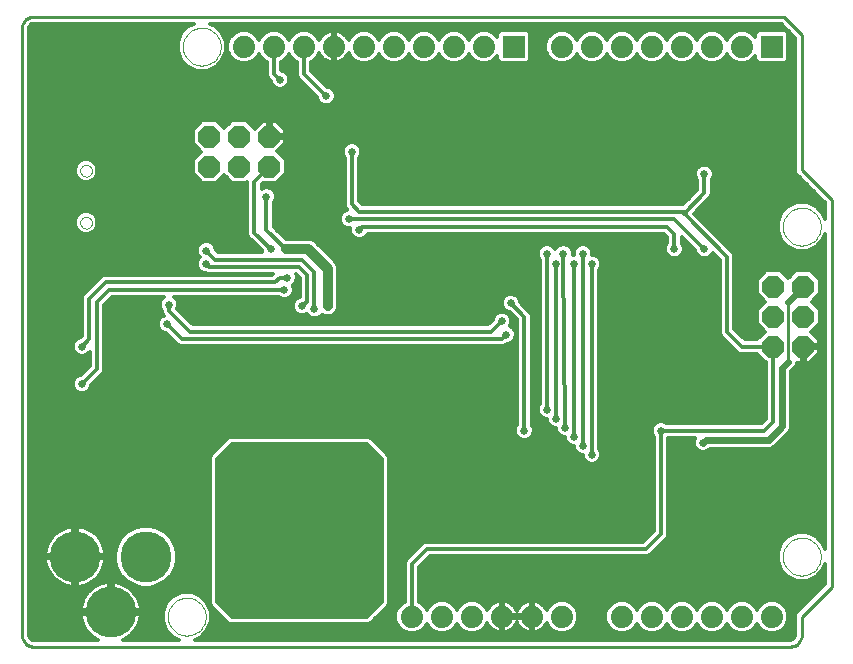
<source format=gbl>
G75*
G70*
%OFA0B0*%
%FSLAX24Y24*%
%IPPOS*%
%LPD*%
%AMOC8*
5,1,8,0,0,1.08239X$1,22.5*
%
%ADD10C,0.0000*%
%ADD11C,0.0100*%
%ADD12C,0.0740*%
%ADD13R,0.0740X0.0740*%
%ADD14OC8,0.0740*%
%ADD15C,0.1700*%
%ADD16C,0.0258*%
%ADD17C,0.0120*%
%ADD18C,0.0320*%
%ADD19C,0.0240*%
D10*
X007319Y001837D02*
X007321Y001887D01*
X007327Y001937D01*
X007337Y001986D01*
X007351Y002034D01*
X007368Y002081D01*
X007389Y002126D01*
X007414Y002170D01*
X007442Y002211D01*
X007474Y002250D01*
X007508Y002287D01*
X007545Y002321D01*
X007585Y002351D01*
X007627Y002378D01*
X007671Y002402D01*
X007717Y002423D01*
X007764Y002439D01*
X007812Y002452D01*
X007862Y002461D01*
X007911Y002466D01*
X007962Y002467D01*
X008012Y002464D01*
X008061Y002457D01*
X008110Y002446D01*
X008158Y002431D01*
X008204Y002413D01*
X008249Y002391D01*
X008292Y002365D01*
X008333Y002336D01*
X008372Y002304D01*
X008408Y002269D01*
X008440Y002231D01*
X008470Y002191D01*
X008497Y002148D01*
X008520Y002104D01*
X008539Y002058D01*
X008555Y002010D01*
X008567Y001961D01*
X008575Y001912D01*
X008579Y001862D01*
X008579Y001812D01*
X008575Y001762D01*
X008567Y001713D01*
X008555Y001664D01*
X008539Y001616D01*
X008520Y001570D01*
X008497Y001526D01*
X008470Y001483D01*
X008440Y001443D01*
X008408Y001405D01*
X008372Y001370D01*
X008333Y001338D01*
X008292Y001309D01*
X008249Y001283D01*
X008204Y001261D01*
X008158Y001243D01*
X008110Y001228D01*
X008061Y001217D01*
X008012Y001210D01*
X007962Y001207D01*
X007911Y001208D01*
X007862Y001213D01*
X007812Y001222D01*
X007764Y001235D01*
X007717Y001251D01*
X007671Y001272D01*
X007627Y001296D01*
X007585Y001323D01*
X007545Y001353D01*
X007508Y001387D01*
X007474Y001424D01*
X007442Y001463D01*
X007414Y001504D01*
X007389Y001548D01*
X007368Y001593D01*
X007351Y001640D01*
X007337Y001688D01*
X007327Y001737D01*
X007321Y001787D01*
X007319Y001837D01*
X004396Y014970D02*
X004398Y014997D01*
X004404Y015024D01*
X004413Y015050D01*
X004426Y015074D01*
X004442Y015097D01*
X004461Y015116D01*
X004483Y015133D01*
X004507Y015147D01*
X004532Y015157D01*
X004559Y015164D01*
X004586Y015167D01*
X004614Y015166D01*
X004641Y015161D01*
X004667Y015153D01*
X004691Y015141D01*
X004714Y015125D01*
X004735Y015107D01*
X004752Y015086D01*
X004767Y015062D01*
X004778Y015037D01*
X004786Y015011D01*
X004790Y014984D01*
X004790Y014956D01*
X004786Y014929D01*
X004778Y014903D01*
X004767Y014878D01*
X004752Y014854D01*
X004735Y014833D01*
X004714Y014815D01*
X004692Y014799D01*
X004667Y014787D01*
X004641Y014779D01*
X004614Y014774D01*
X004586Y014773D01*
X004559Y014776D01*
X004532Y014783D01*
X004507Y014793D01*
X004483Y014807D01*
X004461Y014824D01*
X004442Y014843D01*
X004426Y014866D01*
X004413Y014890D01*
X004404Y014916D01*
X004398Y014943D01*
X004396Y014970D01*
X004396Y016703D02*
X004398Y016730D01*
X004404Y016757D01*
X004413Y016783D01*
X004426Y016807D01*
X004442Y016830D01*
X004461Y016849D01*
X004483Y016866D01*
X004507Y016880D01*
X004532Y016890D01*
X004559Y016897D01*
X004586Y016900D01*
X004614Y016899D01*
X004641Y016894D01*
X004667Y016886D01*
X004691Y016874D01*
X004714Y016858D01*
X004735Y016840D01*
X004752Y016819D01*
X004767Y016795D01*
X004778Y016770D01*
X004786Y016744D01*
X004790Y016717D01*
X004790Y016689D01*
X004786Y016662D01*
X004778Y016636D01*
X004767Y016611D01*
X004752Y016587D01*
X004735Y016566D01*
X004714Y016548D01*
X004692Y016532D01*
X004667Y016520D01*
X004641Y016512D01*
X004614Y016507D01*
X004586Y016506D01*
X004559Y016509D01*
X004532Y016516D01*
X004507Y016526D01*
X004483Y016540D01*
X004461Y016557D01*
X004442Y016576D01*
X004426Y016599D01*
X004413Y016623D01*
X004404Y016649D01*
X004398Y016676D01*
X004396Y016703D01*
X007819Y020837D02*
X007821Y020887D01*
X007827Y020937D01*
X007837Y020986D01*
X007851Y021034D01*
X007868Y021081D01*
X007889Y021126D01*
X007914Y021170D01*
X007942Y021211D01*
X007974Y021250D01*
X008008Y021287D01*
X008045Y021321D01*
X008085Y021351D01*
X008127Y021378D01*
X008171Y021402D01*
X008217Y021423D01*
X008264Y021439D01*
X008312Y021452D01*
X008362Y021461D01*
X008411Y021466D01*
X008462Y021467D01*
X008512Y021464D01*
X008561Y021457D01*
X008610Y021446D01*
X008658Y021431D01*
X008704Y021413D01*
X008749Y021391D01*
X008792Y021365D01*
X008833Y021336D01*
X008872Y021304D01*
X008908Y021269D01*
X008940Y021231D01*
X008970Y021191D01*
X008997Y021148D01*
X009020Y021104D01*
X009039Y021058D01*
X009055Y021010D01*
X009067Y020961D01*
X009075Y020912D01*
X009079Y020862D01*
X009079Y020812D01*
X009075Y020762D01*
X009067Y020713D01*
X009055Y020664D01*
X009039Y020616D01*
X009020Y020570D01*
X008997Y020526D01*
X008970Y020483D01*
X008940Y020443D01*
X008908Y020405D01*
X008872Y020370D01*
X008833Y020338D01*
X008792Y020309D01*
X008749Y020283D01*
X008704Y020261D01*
X008658Y020243D01*
X008610Y020228D01*
X008561Y020217D01*
X008512Y020210D01*
X008462Y020207D01*
X008411Y020208D01*
X008362Y020213D01*
X008312Y020222D01*
X008264Y020235D01*
X008217Y020251D01*
X008171Y020272D01*
X008127Y020296D01*
X008085Y020323D01*
X008045Y020353D01*
X008008Y020387D01*
X007974Y020424D01*
X007942Y020463D01*
X007914Y020504D01*
X007889Y020548D01*
X007868Y020593D01*
X007851Y020640D01*
X007837Y020688D01*
X007827Y020737D01*
X007821Y020787D01*
X007819Y020837D01*
X027819Y014837D02*
X027821Y014887D01*
X027827Y014937D01*
X027837Y014986D01*
X027851Y015034D01*
X027868Y015081D01*
X027889Y015126D01*
X027914Y015170D01*
X027942Y015211D01*
X027974Y015250D01*
X028008Y015287D01*
X028045Y015321D01*
X028085Y015351D01*
X028127Y015378D01*
X028171Y015402D01*
X028217Y015423D01*
X028264Y015439D01*
X028312Y015452D01*
X028362Y015461D01*
X028411Y015466D01*
X028462Y015467D01*
X028512Y015464D01*
X028561Y015457D01*
X028610Y015446D01*
X028658Y015431D01*
X028704Y015413D01*
X028749Y015391D01*
X028792Y015365D01*
X028833Y015336D01*
X028872Y015304D01*
X028908Y015269D01*
X028940Y015231D01*
X028970Y015191D01*
X028997Y015148D01*
X029020Y015104D01*
X029039Y015058D01*
X029055Y015010D01*
X029067Y014961D01*
X029075Y014912D01*
X029079Y014862D01*
X029079Y014812D01*
X029075Y014762D01*
X029067Y014713D01*
X029055Y014664D01*
X029039Y014616D01*
X029020Y014570D01*
X028997Y014526D01*
X028970Y014483D01*
X028940Y014443D01*
X028908Y014405D01*
X028872Y014370D01*
X028833Y014338D01*
X028792Y014309D01*
X028749Y014283D01*
X028704Y014261D01*
X028658Y014243D01*
X028610Y014228D01*
X028561Y014217D01*
X028512Y014210D01*
X028462Y014207D01*
X028411Y014208D01*
X028362Y014213D01*
X028312Y014222D01*
X028264Y014235D01*
X028217Y014251D01*
X028171Y014272D01*
X028127Y014296D01*
X028085Y014323D01*
X028045Y014353D01*
X028008Y014387D01*
X027974Y014424D01*
X027942Y014463D01*
X027914Y014504D01*
X027889Y014548D01*
X027868Y014593D01*
X027851Y014640D01*
X027837Y014688D01*
X027827Y014737D01*
X027821Y014787D01*
X027819Y014837D01*
X027819Y003837D02*
X027821Y003887D01*
X027827Y003937D01*
X027837Y003986D01*
X027851Y004034D01*
X027868Y004081D01*
X027889Y004126D01*
X027914Y004170D01*
X027942Y004211D01*
X027974Y004250D01*
X028008Y004287D01*
X028045Y004321D01*
X028085Y004351D01*
X028127Y004378D01*
X028171Y004402D01*
X028217Y004423D01*
X028264Y004439D01*
X028312Y004452D01*
X028362Y004461D01*
X028411Y004466D01*
X028462Y004467D01*
X028512Y004464D01*
X028561Y004457D01*
X028610Y004446D01*
X028658Y004431D01*
X028704Y004413D01*
X028749Y004391D01*
X028792Y004365D01*
X028833Y004336D01*
X028872Y004304D01*
X028908Y004269D01*
X028940Y004231D01*
X028970Y004191D01*
X028997Y004148D01*
X029020Y004104D01*
X029039Y004058D01*
X029055Y004010D01*
X029067Y003961D01*
X029075Y003912D01*
X029079Y003862D01*
X029079Y003812D01*
X029075Y003762D01*
X029067Y003713D01*
X029055Y003664D01*
X029039Y003616D01*
X029020Y003570D01*
X028997Y003526D01*
X028970Y003483D01*
X028940Y003443D01*
X028908Y003405D01*
X028872Y003370D01*
X028833Y003338D01*
X028792Y003309D01*
X028749Y003283D01*
X028704Y003261D01*
X028658Y003243D01*
X028610Y003228D01*
X028561Y003217D01*
X028512Y003210D01*
X028462Y003207D01*
X028411Y003208D01*
X028362Y003213D01*
X028312Y003222D01*
X028264Y003235D01*
X028217Y003251D01*
X028171Y003272D01*
X028127Y003296D01*
X028085Y003323D01*
X028045Y003353D01*
X028008Y003387D01*
X027974Y003424D01*
X027942Y003463D01*
X027914Y003504D01*
X027889Y003548D01*
X027868Y003593D01*
X027851Y003640D01*
X027837Y003688D01*
X027827Y003737D01*
X027821Y003787D01*
X027819Y003837D01*
D11*
X002449Y001230D02*
X002449Y021443D01*
X002451Y021482D01*
X002457Y021520D01*
X002466Y021557D01*
X002479Y021594D01*
X002496Y021629D01*
X002515Y021662D01*
X002538Y021693D01*
X002564Y021722D01*
X002593Y021748D01*
X002624Y021771D01*
X002657Y021790D01*
X002692Y021807D01*
X002729Y021820D01*
X002766Y021829D01*
X002804Y021835D01*
X002843Y021837D01*
X027849Y021837D01*
X028449Y021237D01*
X028449Y016737D01*
X029449Y015737D01*
X029449Y002837D01*
X028449Y001837D01*
X028449Y001230D01*
X028447Y001191D01*
X028441Y001153D01*
X028432Y001116D01*
X028419Y001079D01*
X028402Y001044D01*
X028383Y001011D01*
X028360Y000980D01*
X028334Y000951D01*
X028305Y000925D01*
X028274Y000902D01*
X028241Y000883D01*
X028206Y000866D01*
X028169Y000853D01*
X028132Y000844D01*
X028094Y000838D01*
X028055Y000836D01*
X028055Y000837D02*
X002843Y000837D01*
X002843Y000836D02*
X002804Y000838D01*
X002766Y000844D01*
X002729Y000853D01*
X002692Y000866D01*
X002657Y000883D01*
X002624Y000902D01*
X002593Y000925D01*
X002564Y000951D01*
X002538Y000980D01*
X002515Y001011D01*
X002496Y001044D01*
X002479Y001079D01*
X002466Y001116D01*
X002457Y001153D01*
X002451Y001191D01*
X002449Y001230D01*
X027999Y010337D02*
X027999Y012337D01*
D12*
X026449Y020837D03*
X025449Y020837D03*
X024449Y020837D03*
X023449Y020837D03*
X022449Y020837D03*
X021449Y020837D03*
X020449Y020837D03*
X017849Y020837D03*
X016849Y020837D03*
X015849Y020837D03*
X014849Y020837D03*
X013849Y020837D03*
X012849Y020837D03*
X011849Y020837D03*
X010849Y020837D03*
X009849Y020837D03*
X015449Y001837D03*
X016449Y001837D03*
X017449Y001837D03*
X018449Y001837D03*
X019449Y001837D03*
X020449Y001837D03*
X022449Y001837D03*
X023449Y001837D03*
X024449Y001837D03*
X025449Y001837D03*
X026449Y001837D03*
X027449Y001837D03*
D13*
X027449Y020837D03*
X018849Y020837D03*
D14*
X010699Y017837D03*
X009699Y017837D03*
X008699Y017837D03*
X008699Y016837D03*
X009699Y016837D03*
X010699Y016837D03*
X027499Y012837D03*
X028499Y012837D03*
X028499Y011837D03*
X027499Y011837D03*
X027499Y010837D03*
X028499Y010837D03*
D15*
X006593Y003837D03*
X005412Y001986D03*
X004231Y003837D03*
D16*
X004699Y006087D03*
X003699Y006087D03*
X004449Y009587D03*
X004449Y010837D03*
X007299Y011587D03*
X007349Y012237D03*
X008599Y013587D03*
X008599Y014037D03*
X010749Y014087D03*
X011299Y013137D03*
X011199Y012737D03*
X011799Y012187D03*
X012199Y012087D03*
X012649Y012187D03*
X013699Y009837D03*
X014449Y009837D03*
X015449Y007837D03*
X016199Y007837D03*
X013199Y006587D03*
X012449Y006587D03*
X011699Y006587D03*
X010949Y006587D03*
X010199Y006587D03*
X009949Y005587D03*
X010949Y004337D03*
X011699Y004337D03*
X012449Y004337D03*
X013199Y003087D03*
X013199Y002587D03*
X012949Y002087D03*
X013449Y002087D03*
X013949Y002337D03*
X013949Y002837D03*
X013949Y003337D03*
X013949Y003837D03*
X012449Y002087D03*
X011949Y002087D03*
X011449Y002087D03*
X010949Y002087D03*
X010449Y002087D03*
X009949Y002087D03*
X010199Y002587D03*
X010199Y003087D03*
X009449Y003337D03*
X009449Y003837D03*
X009449Y002837D03*
X009449Y002337D03*
X010699Y008587D03*
X011449Y008587D03*
X018599Y011237D03*
X018449Y011687D03*
X018749Y012287D03*
X020249Y013587D03*
X020499Y013937D03*
X019949Y013937D03*
X020849Y013587D03*
X021149Y013937D03*
X021449Y013587D03*
X024199Y014087D03*
X025199Y014087D03*
X026699Y013837D03*
X027199Y015337D03*
X025199Y016587D03*
X024499Y016637D03*
X026699Y012087D03*
X026949Y009587D03*
X026949Y008837D03*
X025149Y007637D03*
X025699Y007087D03*
X026449Y007087D03*
X023749Y008037D03*
X021449Y007237D03*
X021149Y007537D03*
X020849Y007837D03*
X020549Y008137D03*
X020249Y008437D03*
X019949Y008737D03*
X019199Y008037D03*
X019199Y007337D03*
X019599Y009837D03*
X022099Y009987D03*
X017699Y014087D03*
X016949Y014087D03*
X016949Y016337D03*
X015949Y016337D03*
X013699Y014737D03*
X013349Y015087D03*
X011199Y015437D03*
X010599Y015837D03*
X011249Y016287D03*
X013449Y017337D03*
X012599Y019187D03*
X011049Y019737D03*
X009199Y019587D03*
X008449Y019587D03*
X005199Y018587D03*
X004199Y018587D03*
X022199Y004587D03*
X022949Y004587D03*
X024699Y004587D03*
X025449Y004587D03*
D17*
X023989Y004630D02*
X028248Y004630D01*
X028288Y004646D02*
X027990Y004523D01*
X027763Y004295D01*
X027639Y003998D01*
X027639Y003675D01*
X027763Y003378D01*
X027990Y003150D01*
X028288Y003027D01*
X028610Y003027D01*
X028908Y003150D01*
X029136Y003378D01*
X029219Y003579D01*
X029219Y002932D01*
X028354Y002066D01*
X028219Y001932D01*
X028219Y001325D01*
X028219Y001230D01*
X028216Y001198D01*
X028192Y001139D01*
X028146Y001094D01*
X028087Y001070D01*
X028055Y001066D01*
X008206Y001066D01*
X008408Y001150D01*
X008636Y001378D01*
X008759Y001675D01*
X008759Y001998D01*
X008636Y002295D01*
X008408Y002523D01*
X008110Y002646D01*
X007788Y002646D01*
X007490Y002523D01*
X007263Y002295D01*
X007139Y001998D01*
X007139Y001675D01*
X007263Y001378D01*
X007490Y001150D01*
X007692Y001066D01*
X005830Y001066D01*
X005901Y001101D01*
X005997Y001161D01*
X006086Y001232D01*
X006166Y001312D01*
X006237Y001401D01*
X006297Y001497D01*
X006346Y001599D01*
X006384Y001706D01*
X006409Y001817D01*
X006421Y001926D01*
X005472Y001926D01*
X005472Y002046D01*
X006421Y002046D01*
X006409Y002156D01*
X006384Y002266D01*
X006346Y002373D01*
X006297Y002475D01*
X006237Y002571D01*
X006166Y002660D01*
X006086Y002740D01*
X005997Y002811D01*
X005901Y002871D01*
X005799Y002921D01*
X005692Y002958D01*
X005581Y002983D01*
X005472Y002996D01*
X005472Y002046D01*
X005352Y002046D01*
X005352Y002996D01*
X005242Y002983D01*
X005132Y002958D01*
X005025Y002921D01*
X004922Y002871D01*
X004826Y002811D01*
X004738Y002740D01*
X004657Y002660D01*
X004587Y002571D01*
X004526Y002475D01*
X004477Y002373D01*
X004440Y002266D01*
X004414Y002156D01*
X004402Y002046D01*
X005352Y002046D01*
X005352Y001926D01*
X004402Y001926D01*
X004414Y001817D01*
X004440Y001706D01*
X004477Y001599D01*
X004526Y001497D01*
X004587Y001401D01*
X004657Y001312D01*
X004738Y001232D01*
X004826Y001161D01*
X004922Y001101D01*
X004994Y001066D01*
X002938Y001066D01*
X002843Y001066D01*
X002811Y001070D01*
X002752Y001094D01*
X002707Y001139D01*
X002682Y001198D01*
X002679Y001230D01*
X002679Y021348D01*
X002679Y021443D01*
X002682Y021475D01*
X002707Y021534D01*
X002752Y021579D01*
X002811Y021603D01*
X002843Y021607D01*
X008192Y021607D01*
X007990Y021523D01*
X007763Y021295D01*
X007639Y020998D01*
X007639Y020675D01*
X007763Y020378D01*
X007990Y020150D01*
X008288Y020027D01*
X008610Y020027D01*
X008908Y020150D01*
X009136Y020378D01*
X009259Y020675D01*
X009259Y020998D01*
X009136Y021295D01*
X008908Y021523D01*
X008706Y021607D01*
X027754Y021607D01*
X028219Y021141D01*
X028219Y016641D01*
X028354Y016507D01*
X029219Y015641D01*
X029219Y015094D01*
X029136Y015295D01*
X028908Y015523D01*
X028610Y015646D01*
X028288Y015646D01*
X027990Y015523D01*
X027763Y015295D01*
X027639Y014998D01*
X027639Y014675D01*
X027763Y014378D01*
X027990Y014150D01*
X028288Y014027D01*
X028610Y014027D01*
X028908Y014150D01*
X029136Y014378D01*
X029219Y014579D01*
X029219Y004094D01*
X029136Y004295D01*
X028908Y004523D01*
X028610Y004646D01*
X028288Y004646D01*
X027979Y004511D02*
X023978Y004511D01*
X023989Y004539D02*
X023989Y007797D01*
X024881Y007797D01*
X024840Y007698D01*
X024840Y007575D01*
X024887Y007462D01*
X024974Y007375D01*
X025088Y007328D01*
X025211Y007328D01*
X025324Y007375D01*
X025386Y007437D01*
X027289Y007437D01*
X027409Y007437D01*
X027519Y007482D01*
X027969Y007932D01*
X028053Y008017D01*
X028099Y008127D01*
X028099Y010012D01*
X028253Y010167D01*
X028299Y010277D01*
X028299Y010307D01*
X028459Y010307D01*
X028459Y010796D01*
X028539Y010796D01*
X028539Y010307D01*
X028719Y010307D01*
X029029Y010617D01*
X029029Y010796D01*
X028539Y010796D01*
X028539Y010877D01*
X029029Y010877D01*
X029029Y011056D01*
X028763Y011322D01*
X029049Y011609D01*
X029049Y012064D01*
X028777Y012337D01*
X029049Y012609D01*
X029049Y013064D01*
X028727Y013386D01*
X028271Y013386D01*
X027999Y013114D01*
X027727Y013386D01*
X027271Y013386D01*
X026949Y013064D01*
X026949Y012609D01*
X027221Y012337D01*
X026949Y012064D01*
X026949Y011609D01*
X027221Y011337D01*
X026961Y011076D01*
X026549Y011076D01*
X026189Y011436D01*
X026189Y013789D01*
X026189Y013884D01*
X026153Y013972D01*
X024851Y015274D01*
X025335Y015757D01*
X025403Y015825D01*
X025439Y015913D01*
X025439Y016390D01*
X025461Y016412D01*
X025508Y016525D01*
X025508Y016648D01*
X025461Y016761D01*
X025374Y016848D01*
X025261Y016895D01*
X025138Y016895D01*
X025024Y016848D01*
X024937Y016761D01*
X024890Y016648D01*
X024890Y016525D01*
X024937Y016412D01*
X024959Y016390D01*
X024959Y016060D01*
X024476Y015576D01*
X024401Y015576D01*
X013799Y015576D01*
X013689Y015686D01*
X013689Y017140D01*
X013711Y017162D01*
X013758Y017275D01*
X013758Y017398D01*
X013711Y017511D01*
X013624Y017598D01*
X013511Y017645D01*
X013388Y017645D01*
X013274Y017598D01*
X013187Y017511D01*
X013140Y017398D01*
X013140Y017275D01*
X013187Y017162D01*
X013209Y017140D01*
X013209Y015634D01*
X013209Y015539D01*
X013246Y015451D01*
X013301Y015395D01*
X013288Y015395D01*
X013174Y015348D01*
X013087Y015261D01*
X013040Y015148D01*
X013040Y015025D01*
X013087Y014912D01*
X013174Y014825D01*
X010850Y014825D01*
X010839Y014836D02*
X010839Y015640D01*
X010861Y015662D01*
X010908Y015775D01*
X010908Y015898D01*
X010861Y016011D01*
X010774Y016098D01*
X010661Y016145D01*
X010538Y016145D01*
X010439Y016105D01*
X010439Y016237D01*
X010489Y016287D01*
X010927Y016287D01*
X011249Y016609D01*
X011249Y017064D01*
X010963Y017351D01*
X011229Y017617D01*
X011229Y017796D01*
X010739Y017796D01*
X010739Y017877D01*
X010659Y017877D01*
X010659Y018366D01*
X010480Y018366D01*
X010213Y018100D01*
X009927Y018386D01*
X009471Y018386D01*
X009199Y018114D01*
X008927Y018386D01*
X008471Y018386D01*
X008149Y018064D01*
X008149Y017609D01*
X008421Y017336D01*
X008149Y017064D01*
X008149Y016609D01*
X008471Y016287D01*
X008927Y016287D01*
X009199Y016559D01*
X009471Y016287D01*
X009927Y016287D01*
X009959Y016319D01*
X009959Y014684D01*
X009959Y014589D01*
X009996Y014501D01*
X010440Y014056D01*
X010440Y014025D01*
X010460Y013976D01*
X008999Y013976D01*
X008908Y014067D01*
X008908Y014098D01*
X008861Y014211D01*
X008774Y014298D01*
X008661Y014345D01*
X008538Y014345D01*
X008424Y014298D01*
X008337Y014211D01*
X008290Y014098D01*
X008290Y013975D01*
X008337Y013862D01*
X008387Y013811D01*
X008337Y013761D01*
X008290Y013648D01*
X008290Y013525D01*
X008337Y013412D01*
X008424Y013325D01*
X008538Y013278D01*
X008576Y013278D01*
X008651Y013247D01*
X008747Y013247D01*
X010820Y013247D01*
X010800Y013226D01*
X005201Y013226D01*
X005113Y013190D01*
X005046Y013122D01*
X004563Y012640D01*
X004496Y012572D01*
X002679Y012572D01*
X002679Y012454D02*
X004459Y012454D01*
X004459Y012484D02*
X004459Y011186D01*
X004419Y011145D01*
X004388Y011145D01*
X004274Y011098D01*
X004187Y011011D01*
X004140Y010898D01*
X004140Y010775D01*
X004187Y010662D01*
X004274Y010575D01*
X004388Y010528D01*
X004511Y010528D01*
X004624Y010575D01*
X004709Y010660D01*
X004709Y010186D01*
X004419Y009895D01*
X004388Y009895D01*
X004274Y009848D01*
X004187Y009761D01*
X004140Y009648D01*
X004140Y009525D01*
X004187Y009412D01*
X004274Y009325D01*
X004388Y009278D01*
X004511Y009278D01*
X004624Y009325D01*
X004711Y009412D01*
X004758Y009525D01*
X004758Y009556D01*
X005085Y009883D01*
X005153Y009951D01*
X005189Y010039D01*
X005189Y012237D01*
X005449Y012497D01*
X007172Y012497D01*
X007087Y012411D01*
X007040Y012298D01*
X007040Y012175D01*
X007087Y012062D01*
X007109Y012040D01*
X007109Y011989D01*
X007146Y011901D01*
X007176Y011870D01*
X007124Y011848D01*
X007037Y011761D01*
X006990Y011648D01*
X006990Y011525D01*
X007037Y011412D01*
X007124Y011325D01*
X007238Y011278D01*
X007269Y011278D01*
X007596Y010951D01*
X007663Y010883D01*
X007751Y010847D01*
X018401Y010847D01*
X018497Y010847D01*
X018585Y010883D01*
X018630Y010928D01*
X018661Y010928D01*
X018774Y010975D01*
X018861Y011062D01*
X018908Y011175D01*
X018908Y011298D01*
X018861Y011411D01*
X018774Y011498D01*
X018716Y011523D01*
X018758Y011625D01*
X018758Y011748D01*
X018711Y011861D01*
X018835Y011861D01*
X018711Y011861D02*
X018624Y011948D01*
X018511Y011995D01*
X018388Y011995D01*
X018274Y011948D01*
X018187Y011861D01*
X012752Y011861D01*
X012717Y011847D02*
X012842Y011898D01*
X012937Y011994D01*
X012989Y012119D01*
X012989Y013504D01*
X012937Y013629D01*
X012842Y013725D01*
X012842Y013725D01*
X012287Y014279D01*
X012192Y014375D01*
X012067Y014426D01*
X011249Y014426D01*
X010839Y014836D01*
X010839Y014943D02*
X013074Y014943D01*
X013040Y015062D02*
X010839Y015062D01*
X010839Y015180D02*
X013054Y015180D01*
X013125Y015299D02*
X010839Y015299D01*
X010839Y015417D02*
X013279Y015417D01*
X013210Y015536D02*
X010839Y015536D01*
X010854Y015654D02*
X013209Y015654D01*
X013209Y015773D02*
X010907Y015773D01*
X010908Y015892D02*
X013209Y015892D01*
X013209Y016010D02*
X010862Y016010D01*
X010701Y016129D02*
X013209Y016129D01*
X013209Y016247D02*
X010449Y016247D01*
X010439Y016129D02*
X010497Y016129D01*
X010599Y015837D02*
X010599Y014737D01*
X011249Y014087D01*
X010749Y014087D02*
X010199Y014637D01*
X010199Y016337D01*
X010699Y016837D01*
X011249Y016840D02*
X013209Y016840D01*
X013209Y016958D02*
X011249Y016958D01*
X011236Y017077D02*
X013209Y017077D01*
X013173Y017196D02*
X011118Y017196D01*
X010999Y017314D02*
X013140Y017314D01*
X013155Y017433D02*
X011045Y017433D01*
X011163Y017551D02*
X013227Y017551D01*
X013449Y017337D02*
X013449Y015587D01*
X013699Y015337D01*
X024449Y015337D01*
X024575Y015337D01*
X024575Y015211D01*
X025949Y013837D01*
X025949Y011337D01*
X026449Y010837D01*
X027499Y010837D01*
X027499Y008337D01*
X027199Y008037D01*
X023749Y008037D01*
X023749Y004587D01*
X023249Y004087D01*
X015949Y004087D01*
X015449Y003587D01*
X015449Y001837D01*
X015949Y002067D02*
X015915Y002148D01*
X015761Y002303D01*
X015689Y002332D01*
X015689Y003487D01*
X016049Y003847D01*
X023201Y003847D01*
X023297Y003847D01*
X023385Y003883D01*
X023885Y004383D01*
X023953Y004451D01*
X023989Y004539D01*
X023895Y004393D02*
X027860Y004393D01*
X027754Y004274D02*
X023776Y004274D01*
X023658Y004156D02*
X027705Y004156D01*
X027656Y004037D02*
X023539Y004037D01*
X023421Y003919D02*
X027639Y003919D01*
X027639Y003800D02*
X016002Y003800D01*
X015884Y003682D02*
X027639Y003682D01*
X027686Y003563D02*
X015765Y003563D01*
X015689Y003444D02*
X027735Y003444D01*
X027814Y003326D02*
X015689Y003326D01*
X015689Y003207D02*
X027933Y003207D01*
X028138Y003089D02*
X015689Y003089D01*
X015689Y002970D02*
X029219Y002970D01*
X029219Y003089D02*
X028760Y003089D01*
X028965Y003207D02*
X029219Y003207D01*
X029219Y003326D02*
X029084Y003326D01*
X029163Y003444D02*
X029219Y003444D01*
X029212Y003563D02*
X029219Y003563D01*
X029194Y004156D02*
X029219Y004156D01*
X029219Y004274D02*
X029144Y004274D01*
X029219Y004393D02*
X029038Y004393D01*
X028920Y004511D02*
X029219Y004511D01*
X029219Y004630D02*
X028650Y004630D01*
X029219Y004748D02*
X023989Y004748D01*
X023989Y004867D02*
X029219Y004867D01*
X029219Y004986D02*
X023989Y004986D01*
X023989Y005104D02*
X029219Y005104D01*
X029219Y005223D02*
X023989Y005223D01*
X023989Y005341D02*
X029219Y005341D01*
X029219Y005460D02*
X023989Y005460D01*
X023989Y005578D02*
X029219Y005578D01*
X029219Y005697D02*
X023989Y005697D01*
X023989Y005815D02*
X029219Y005815D01*
X029219Y005934D02*
X023989Y005934D01*
X023989Y006052D02*
X029219Y006052D01*
X029219Y006171D02*
X023989Y006171D01*
X023989Y006290D02*
X029219Y006290D01*
X029219Y006408D02*
X023989Y006408D01*
X023989Y006527D02*
X029219Y006527D01*
X029219Y006645D02*
X023989Y006645D01*
X023989Y006764D02*
X029219Y006764D01*
X029219Y006882D02*
X023989Y006882D01*
X023989Y007001D02*
X029219Y007001D01*
X029219Y007119D02*
X023989Y007119D01*
X023989Y007238D02*
X029219Y007238D01*
X029219Y007356D02*
X025280Y007356D01*
X025018Y007356D02*
X023989Y007356D01*
X023989Y007475D02*
X024882Y007475D01*
X024840Y007594D02*
X023989Y007594D01*
X023989Y007712D02*
X024846Y007712D01*
X023946Y008276D02*
X023924Y008298D01*
X023811Y008345D01*
X023688Y008345D01*
X023574Y008298D01*
X023487Y008211D01*
X023440Y008098D01*
X023440Y007975D01*
X023487Y007862D01*
X023509Y007840D01*
X023509Y004686D01*
X023150Y004326D01*
X015901Y004326D01*
X015813Y004290D01*
X015746Y004222D01*
X015246Y003722D01*
X015209Y003634D01*
X015209Y003539D01*
X015209Y002332D01*
X015138Y002303D01*
X014983Y002148D01*
X014899Y001946D01*
X014899Y001727D01*
X014983Y001525D01*
X015138Y001370D01*
X015340Y001287D01*
X015559Y001287D01*
X015761Y001370D01*
X015915Y001525D01*
X015949Y001606D01*
X015983Y001525D01*
X016138Y001370D01*
X016340Y001287D01*
X016559Y001287D01*
X016761Y001370D01*
X016915Y001525D01*
X016949Y001606D01*
X016983Y001525D01*
X017138Y001370D01*
X017340Y001287D01*
X017559Y001287D01*
X017761Y001370D01*
X017915Y001525D01*
X017959Y001631D01*
X017996Y001559D01*
X018045Y001491D01*
X018104Y001432D01*
X018171Y001383D01*
X018246Y001345D01*
X018325Y001320D01*
X018407Y001307D01*
X018409Y001307D01*
X018409Y001796D01*
X018489Y001796D01*
X018489Y001307D01*
X018491Y001307D01*
X018573Y001320D01*
X018653Y001345D01*
X018727Y001383D01*
X018794Y001432D01*
X018853Y001491D01*
X018902Y001559D01*
X018940Y001633D01*
X018949Y001660D01*
X018958Y001633D01*
X018996Y001559D01*
X019045Y001491D01*
X019104Y001432D01*
X019171Y001383D01*
X019246Y001345D01*
X019325Y001320D01*
X019407Y001307D01*
X019409Y001307D01*
X019409Y001796D01*
X019489Y001796D01*
X019489Y001307D01*
X019491Y001307D01*
X019573Y001320D01*
X019653Y001345D01*
X019727Y001383D01*
X019794Y001432D01*
X019853Y001491D01*
X019902Y001559D01*
X019939Y001631D01*
X019983Y001525D01*
X020138Y001370D01*
X020340Y001287D01*
X020559Y001287D01*
X020761Y001370D01*
X020915Y001525D01*
X020999Y001727D01*
X020999Y001946D01*
X020915Y002148D01*
X020761Y002303D01*
X020559Y002386D01*
X020340Y002386D01*
X020138Y002303D01*
X019983Y002148D01*
X019939Y002042D01*
X019902Y002114D01*
X019853Y002182D01*
X019794Y002241D01*
X019727Y002290D01*
X019653Y002328D01*
X019573Y002353D01*
X019491Y002366D01*
X019489Y002366D01*
X019489Y001877D01*
X019409Y001877D01*
X019409Y002366D01*
X019407Y002366D01*
X019325Y002353D01*
X019246Y002328D01*
X019171Y002290D01*
X019104Y002241D01*
X019045Y002182D01*
X018996Y002114D01*
X018958Y002040D01*
X018949Y002013D01*
X018940Y002040D01*
X018902Y002114D01*
X018853Y002182D01*
X018794Y002241D01*
X018727Y002290D01*
X018653Y002328D01*
X018573Y002353D01*
X018491Y002366D01*
X018489Y002366D01*
X018489Y001877D01*
X018409Y001877D01*
X018409Y002366D01*
X018407Y002366D01*
X018325Y002353D01*
X018246Y002328D01*
X018171Y002290D01*
X018104Y002241D01*
X018045Y002182D01*
X017996Y002114D01*
X017959Y002042D01*
X017915Y002148D01*
X017761Y002303D01*
X017559Y002386D01*
X017340Y002386D01*
X017138Y002303D01*
X016983Y002148D01*
X016949Y002067D01*
X016915Y002148D01*
X016761Y002303D01*
X016559Y002386D01*
X016340Y002386D01*
X016138Y002303D01*
X015983Y002148D01*
X015949Y002067D01*
X015919Y002141D02*
X015980Y002141D01*
X016094Y002259D02*
X015804Y002259D01*
X015689Y002378D02*
X016318Y002378D01*
X016580Y002378D02*
X017318Y002378D01*
X017094Y002259D02*
X016804Y002259D01*
X016919Y002141D02*
X016980Y002141D01*
X017580Y002378D02*
X020318Y002378D01*
X020094Y002259D02*
X019769Y002259D01*
X019883Y002141D02*
X019980Y002141D01*
X019489Y002141D02*
X019409Y002141D01*
X019409Y002259D02*
X019489Y002259D01*
X019489Y002022D02*
X019409Y002022D01*
X019409Y001903D02*
X019489Y001903D01*
X019409Y001877D02*
X019409Y001796D01*
X018919Y001796D01*
X018489Y001796D01*
X018489Y001877D01*
X018919Y001877D01*
X019409Y001877D01*
X019409Y001785D02*
X019489Y001785D01*
X019489Y001666D02*
X019409Y001666D01*
X019409Y001548D02*
X019489Y001548D01*
X019489Y001429D02*
X019409Y001429D01*
X019409Y001311D02*
X019489Y001311D01*
X019517Y001311D02*
X020281Y001311D01*
X020079Y001429D02*
X019790Y001429D01*
X019894Y001548D02*
X019973Y001548D01*
X019381Y001311D02*
X018517Y001311D01*
X018489Y001311D02*
X018409Y001311D01*
X018381Y001311D02*
X017617Y001311D01*
X017820Y001429D02*
X018108Y001429D01*
X018004Y001548D02*
X017925Y001548D01*
X018409Y001548D02*
X018489Y001548D01*
X018489Y001666D02*
X018409Y001666D01*
X018409Y001785D02*
X018489Y001785D01*
X018489Y001903D02*
X018409Y001903D01*
X018409Y002022D02*
X018489Y002022D01*
X018489Y002141D02*
X018409Y002141D01*
X018409Y002259D02*
X018489Y002259D01*
X018769Y002259D02*
X019129Y002259D01*
X019015Y002141D02*
X018883Y002141D01*
X018946Y002022D02*
X018952Y002022D01*
X019004Y001548D02*
X018894Y001548D01*
X018790Y001429D02*
X019108Y001429D01*
X018489Y001429D02*
X018409Y001429D01*
X018015Y002141D02*
X017919Y002141D01*
X017804Y002259D02*
X018129Y002259D01*
X017281Y001311D02*
X016617Y001311D01*
X016820Y001429D02*
X017079Y001429D01*
X016973Y001548D02*
X016925Y001548D01*
X016281Y001311D02*
X015617Y001311D01*
X015820Y001429D02*
X016079Y001429D01*
X015973Y001548D02*
X015925Y001548D01*
X015281Y001311D02*
X008569Y001311D01*
X008657Y001429D02*
X015079Y001429D01*
X014973Y001548D02*
X008706Y001548D01*
X008755Y001666D02*
X009280Y001666D01*
X009313Y001633D02*
X009401Y001597D01*
X013997Y001597D01*
X014085Y001633D01*
X014153Y001701D01*
X014653Y002201D01*
X014689Y002289D01*
X014689Y002384D01*
X014689Y007134D01*
X014653Y007222D01*
X014585Y007290D01*
X014085Y007790D01*
X013997Y007826D01*
X013901Y007826D01*
X009401Y007826D01*
X009313Y007790D01*
X009246Y007722D01*
X008746Y007222D01*
X008709Y007134D01*
X008709Y007039D01*
X008709Y002289D01*
X008746Y002201D01*
X008813Y002133D01*
X009246Y001701D01*
X009313Y001633D01*
X009161Y001785D02*
X008759Y001785D01*
X008759Y001903D02*
X009043Y001903D01*
X008924Y002022D02*
X008749Y002022D01*
X008700Y002141D02*
X008806Y002141D01*
X008721Y002259D02*
X008651Y002259D01*
X008709Y002378D02*
X008553Y002378D01*
X008435Y002496D02*
X008709Y002496D01*
X008709Y002615D02*
X008187Y002615D01*
X007711Y002615D02*
X006202Y002615D01*
X006284Y002496D02*
X007463Y002496D01*
X007345Y002378D02*
X006344Y002378D01*
X006385Y002259D02*
X007248Y002259D01*
X007198Y002141D02*
X006411Y002141D01*
X006419Y001903D02*
X007139Y001903D01*
X007139Y001785D02*
X006402Y001785D01*
X006370Y001666D02*
X007143Y001666D01*
X007192Y001548D02*
X006322Y001548D01*
X006255Y001429D02*
X007241Y001429D01*
X007330Y001311D02*
X006165Y001311D01*
X006036Y001192D02*
X007448Y001192D01*
X007675Y001074D02*
X005845Y001074D01*
X004979Y001074D02*
X002801Y001074D01*
X002685Y001192D02*
X004787Y001192D01*
X004659Y001311D02*
X002679Y001311D01*
X002679Y001429D02*
X004569Y001429D01*
X004502Y001548D02*
X002679Y001548D01*
X002679Y001666D02*
X004454Y001666D01*
X004422Y001785D02*
X002679Y001785D01*
X002679Y001903D02*
X004405Y001903D01*
X004413Y002141D02*
X002679Y002141D01*
X002679Y002259D02*
X004438Y002259D01*
X004479Y002378D02*
X002679Y002378D01*
X002679Y002496D02*
X004539Y002496D01*
X004621Y002615D02*
X002679Y002615D01*
X002679Y002733D02*
X004730Y002733D01*
X004891Y002852D02*
X004455Y002852D01*
X004400Y002839D02*
X004511Y002864D01*
X004618Y002902D01*
X004720Y002951D01*
X004816Y003011D01*
X004905Y003082D01*
X004985Y003162D01*
X005056Y003251D01*
X005116Y003347D01*
X005165Y003449D01*
X005203Y003556D01*
X005228Y003667D01*
X005240Y003777D01*
X004291Y003777D01*
X004291Y003896D01*
X005240Y003896D01*
X005228Y004006D01*
X005203Y004117D01*
X005165Y004224D01*
X005116Y004326D01*
X005056Y004422D01*
X004985Y004511D01*
X004905Y004591D01*
X004816Y004662D01*
X004720Y004722D01*
X004618Y004771D01*
X004511Y004809D01*
X004400Y004834D01*
X004291Y004846D01*
X004291Y003897D01*
X004171Y003897D01*
X004171Y004846D01*
X004061Y004834D01*
X003951Y004809D01*
X003844Y004771D01*
X003741Y004722D01*
X003645Y004662D01*
X003557Y004591D01*
X003476Y004511D01*
X003406Y004422D01*
X003345Y004326D01*
X003296Y004224D01*
X003259Y004117D01*
X003233Y004006D01*
X003221Y003896D01*
X004170Y003896D01*
X004170Y003777D01*
X003221Y003777D01*
X003233Y003667D01*
X003259Y003556D01*
X003296Y003449D01*
X003345Y003347D01*
X003406Y003251D01*
X003476Y003162D01*
X003557Y003082D01*
X003645Y003011D01*
X003741Y002951D01*
X003844Y002902D01*
X003951Y002864D01*
X004061Y002839D01*
X004171Y002827D01*
X004171Y003776D01*
X004291Y003776D01*
X004291Y002827D01*
X004400Y002839D01*
X004291Y002852D02*
X004171Y002852D01*
X004171Y002970D02*
X004291Y002970D01*
X004291Y003089D02*
X004171Y003089D01*
X004171Y003207D02*
X004291Y003207D01*
X004291Y003326D02*
X004171Y003326D01*
X004171Y003444D02*
X004291Y003444D01*
X004291Y003563D02*
X004171Y003563D01*
X004171Y003682D02*
X004291Y003682D01*
X004291Y003800D02*
X005563Y003800D01*
X005563Y003701D02*
X005633Y003439D01*
X005769Y003204D01*
X005960Y003012D01*
X006195Y002877D01*
X006457Y002807D01*
X006728Y002807D01*
X006990Y002877D01*
X007225Y003012D01*
X007417Y003204D01*
X007553Y003439D01*
X007623Y003701D01*
X007623Y003972D01*
X007553Y004234D01*
X007417Y004469D01*
X007225Y004661D01*
X006990Y004796D01*
X006728Y004866D01*
X006457Y004866D01*
X006195Y004796D01*
X005960Y004661D01*
X005769Y004469D01*
X005633Y004234D01*
X005563Y003972D01*
X005563Y003701D01*
X005568Y003682D02*
X005229Y003682D01*
X005204Y003563D02*
X005600Y003563D01*
X005632Y003444D02*
X005163Y003444D01*
X005103Y003326D02*
X005698Y003326D01*
X005767Y003207D02*
X005021Y003207D01*
X004911Y003089D02*
X005884Y003089D01*
X006033Y002970D02*
X005638Y002970D01*
X005472Y002970D02*
X005352Y002970D01*
X005352Y002852D02*
X005472Y002852D01*
X005472Y002733D02*
X005352Y002733D01*
X005352Y002615D02*
X005472Y002615D01*
X005472Y002496D02*
X005352Y002496D01*
X005352Y002378D02*
X005472Y002378D01*
X005472Y002259D02*
X005352Y002259D01*
X005352Y002141D02*
X005472Y002141D01*
X005472Y002022D02*
X007149Y002022D01*
X006897Y002852D02*
X008709Y002852D01*
X008709Y002970D02*
X007152Y002970D01*
X007302Y003089D02*
X008709Y003089D01*
X008709Y003207D02*
X007419Y003207D01*
X007487Y003326D02*
X008709Y003326D01*
X008709Y003444D02*
X007554Y003444D01*
X007586Y003563D02*
X008709Y003563D01*
X008709Y003682D02*
X007618Y003682D01*
X007623Y003800D02*
X008709Y003800D01*
X008709Y003919D02*
X007623Y003919D01*
X007605Y004037D02*
X008709Y004037D01*
X008709Y004156D02*
X007574Y004156D01*
X007529Y004274D02*
X008709Y004274D01*
X008709Y004393D02*
X007461Y004393D01*
X007375Y004511D02*
X008709Y004511D01*
X008709Y004630D02*
X007256Y004630D01*
X007073Y004748D02*
X008709Y004748D01*
X008709Y004867D02*
X002679Y004867D01*
X002679Y004986D02*
X008709Y004986D01*
X008709Y005104D02*
X002679Y005104D01*
X002679Y005223D02*
X008709Y005223D01*
X008709Y005341D02*
X002679Y005341D01*
X002679Y005460D02*
X008709Y005460D01*
X008709Y005578D02*
X002679Y005578D01*
X002679Y005697D02*
X008709Y005697D01*
X008709Y005815D02*
X002679Y005815D01*
X002679Y005934D02*
X008709Y005934D01*
X008709Y006052D02*
X002679Y006052D01*
X002679Y006171D02*
X008709Y006171D01*
X008709Y006290D02*
X002679Y006290D01*
X002679Y006408D02*
X008709Y006408D01*
X008709Y006527D02*
X002679Y006527D01*
X002679Y006645D02*
X008709Y006645D01*
X008709Y006764D02*
X002679Y006764D01*
X002679Y006882D02*
X008709Y006882D01*
X008709Y007001D02*
X002679Y007001D01*
X002679Y007119D02*
X008709Y007119D01*
X008761Y007238D02*
X002679Y007238D01*
X002679Y007356D02*
X008880Y007356D01*
X008998Y007475D02*
X002679Y007475D01*
X002679Y007594D02*
X009117Y007594D01*
X009235Y007712D02*
X002679Y007712D01*
X002679Y007831D02*
X018968Y007831D01*
X018937Y007862D02*
X019024Y007775D01*
X019138Y007728D01*
X019261Y007728D01*
X019374Y007775D01*
X019461Y007862D01*
X019508Y007975D01*
X019508Y008098D01*
X019461Y008211D01*
X019439Y008233D01*
X019439Y011884D01*
X019403Y011972D01*
X019335Y012040D01*
X019058Y012317D01*
X019058Y012348D01*
X019011Y012461D01*
X018924Y012548D01*
X018811Y012595D01*
X018688Y012595D01*
X018574Y012548D01*
X018487Y012461D01*
X018440Y012348D01*
X018440Y012225D01*
X018487Y012112D01*
X018574Y012025D01*
X018688Y011978D01*
X018719Y011978D01*
X018959Y011737D01*
X018959Y008233D01*
X018937Y008211D01*
X018890Y008098D01*
X018890Y007975D01*
X018937Y007862D01*
X018901Y007949D02*
X002679Y007949D01*
X002679Y008068D02*
X018890Y008068D01*
X018927Y008186D02*
X002679Y008186D01*
X002679Y008305D02*
X018959Y008305D01*
X018959Y008423D02*
X002679Y008423D01*
X002679Y008542D02*
X018959Y008542D01*
X018959Y008660D02*
X002679Y008660D01*
X002679Y008779D02*
X018959Y008779D01*
X018959Y008897D02*
X002679Y008897D01*
X002679Y009016D02*
X018959Y009016D01*
X018959Y009135D02*
X002679Y009135D01*
X002679Y009253D02*
X018959Y009253D01*
X018959Y009372D02*
X004671Y009372D01*
X004744Y009490D02*
X018959Y009490D01*
X018959Y009609D02*
X004811Y009609D01*
X004929Y009727D02*
X018959Y009727D01*
X018959Y009846D02*
X005048Y009846D01*
X005158Y009964D02*
X018959Y009964D01*
X018959Y010083D02*
X005189Y010083D01*
X005189Y010201D02*
X018959Y010201D01*
X018959Y010320D02*
X005189Y010320D01*
X005189Y010439D02*
X018959Y010439D01*
X018959Y010557D02*
X005189Y010557D01*
X005189Y010676D02*
X018959Y010676D01*
X018959Y010794D02*
X005189Y010794D01*
X005189Y010913D02*
X007634Y010913D01*
X007515Y011031D02*
X005189Y011031D01*
X005189Y011150D02*
X007396Y011150D01*
X007278Y011268D02*
X005189Y011268D01*
X005189Y011387D02*
X007062Y011387D01*
X006998Y011505D02*
X005189Y011505D01*
X005189Y011624D02*
X006990Y011624D01*
X007029Y011743D02*
X005189Y011743D01*
X005189Y011861D02*
X007155Y011861D01*
X007113Y011980D02*
X005189Y011980D01*
X005189Y012098D02*
X007072Y012098D01*
X007040Y012217D02*
X005189Y012217D01*
X005287Y012335D02*
X007056Y012335D01*
X007130Y012454D02*
X005406Y012454D01*
X005349Y012737D02*
X004949Y012337D01*
X004949Y010087D01*
X004449Y009587D01*
X004227Y009372D02*
X002679Y009372D01*
X002679Y009490D02*
X004155Y009490D01*
X004140Y009609D02*
X002679Y009609D01*
X002679Y009727D02*
X004173Y009727D01*
X004272Y009846D02*
X002679Y009846D01*
X002679Y009964D02*
X004488Y009964D01*
X004606Y010083D02*
X002679Y010083D01*
X002679Y010201D02*
X004709Y010201D01*
X004709Y010320D02*
X002679Y010320D01*
X002679Y010439D02*
X004709Y010439D01*
X004709Y010557D02*
X004582Y010557D01*
X004317Y010557D02*
X002679Y010557D01*
X002679Y010676D02*
X004181Y010676D01*
X004140Y010794D02*
X002679Y010794D01*
X002679Y010913D02*
X004146Y010913D01*
X004207Y011031D02*
X002679Y011031D01*
X002679Y011150D02*
X004423Y011150D01*
X004459Y011268D02*
X002679Y011268D01*
X002679Y011387D02*
X004459Y011387D01*
X004459Y011505D02*
X002679Y011505D01*
X002679Y011624D02*
X004459Y011624D01*
X004459Y011743D02*
X002679Y011743D01*
X002679Y011861D02*
X004459Y011861D01*
X004459Y011980D02*
X002679Y011980D01*
X002679Y012098D02*
X004459Y012098D01*
X004459Y012217D02*
X002679Y012217D01*
X002679Y012335D02*
X004459Y012335D01*
X004459Y012484D02*
X004496Y012572D01*
X004563Y012640D02*
X004563Y012640D01*
X004614Y012691D02*
X002679Y012691D01*
X002679Y012809D02*
X004733Y012809D01*
X004851Y012928D02*
X002679Y012928D01*
X002679Y013046D02*
X004970Y013046D01*
X005046Y013122D02*
X005046Y013122D01*
X005088Y013165D02*
X002679Y013165D01*
X002679Y013284D02*
X008523Y013284D01*
X008347Y013402D02*
X002679Y013402D01*
X002679Y013521D02*
X008292Y013521D01*
X008290Y013639D02*
X002679Y013639D01*
X002679Y013758D02*
X008336Y013758D01*
X008331Y013876D02*
X002679Y013876D01*
X002679Y013995D02*
X008290Y013995D01*
X008297Y014113D02*
X002679Y014113D01*
X002679Y014232D02*
X008358Y014232D01*
X008599Y014037D02*
X008899Y013737D01*
X011799Y013737D01*
X012199Y013337D01*
X012199Y012087D01*
X011988Y011861D02*
X007864Y011861D01*
X007983Y011743D02*
X018140Y011743D01*
X018140Y011748D02*
X018140Y011717D01*
X018000Y011576D01*
X008149Y011576D01*
X007626Y012099D01*
X007658Y012175D01*
X007658Y012298D01*
X007611Y012411D01*
X007526Y012497D01*
X011002Y012497D01*
X011024Y012475D01*
X011138Y012428D01*
X011261Y012428D01*
X011374Y012475D01*
X011461Y012562D01*
X011508Y012675D01*
X011508Y012798D01*
X011476Y012876D01*
X011561Y012962D01*
X011608Y013075D01*
X011608Y013198D01*
X011588Y013247D01*
X011600Y013247D01*
X011709Y013137D01*
X011709Y012484D01*
X011624Y012448D01*
X011537Y012361D01*
X011490Y012248D01*
X011490Y012125D01*
X011537Y012012D01*
X011624Y011925D01*
X011738Y011878D01*
X011861Y011878D01*
X011939Y011910D01*
X012024Y011825D01*
X012138Y011778D01*
X012261Y011778D01*
X012374Y011825D01*
X012452Y011903D01*
X012457Y011898D01*
X012581Y011847D01*
X012717Y011847D01*
X012546Y011861D02*
X012411Y011861D01*
X012923Y011980D02*
X018350Y011980D01*
X018501Y012098D02*
X012981Y012098D01*
X012989Y012217D02*
X018444Y012217D01*
X018440Y012335D02*
X012989Y012335D01*
X012989Y012454D02*
X018484Y012454D01*
X018632Y012572D02*
X012989Y012572D01*
X012989Y012691D02*
X019709Y012691D01*
X019709Y012809D02*
X012989Y012809D01*
X012989Y012928D02*
X019709Y012928D01*
X019709Y013046D02*
X012989Y013046D01*
X012989Y013165D02*
X019709Y013165D01*
X019709Y013284D02*
X012989Y013284D01*
X012989Y013402D02*
X019709Y013402D01*
X019709Y013521D02*
X012982Y013521D01*
X012927Y013639D02*
X019709Y013639D01*
X019709Y013740D02*
X019709Y008933D01*
X019687Y008911D01*
X019640Y008798D01*
X019640Y008675D01*
X019687Y008562D01*
X019774Y008475D01*
X019888Y008428D01*
X019940Y008428D01*
X019940Y008375D01*
X019987Y008262D01*
X020074Y008175D01*
X020188Y008128D01*
X020240Y008128D01*
X020240Y008075D01*
X020287Y007962D01*
X020374Y007875D01*
X020488Y007828D01*
X020540Y007828D01*
X020540Y007775D01*
X020587Y007662D01*
X020674Y007575D01*
X020788Y007528D01*
X020840Y007528D01*
X020840Y007475D01*
X020887Y007362D01*
X020974Y007275D01*
X021088Y007228D01*
X021140Y007228D01*
X021140Y007175D01*
X021187Y007062D01*
X021274Y006975D01*
X021388Y006928D01*
X021511Y006928D01*
X021624Y006975D01*
X021711Y007062D01*
X021758Y007175D01*
X021758Y007298D01*
X021711Y007411D01*
X021689Y007433D01*
X021689Y013390D01*
X021711Y013412D01*
X021758Y013525D01*
X021758Y013648D01*
X021711Y013761D01*
X021624Y013848D01*
X021511Y013895D01*
X021458Y013895D01*
X021458Y013998D01*
X021411Y014111D01*
X021324Y014198D01*
X021211Y014245D01*
X021088Y014245D01*
X020974Y014198D01*
X020887Y014111D01*
X020840Y013998D01*
X020840Y013895D01*
X020808Y013895D01*
X020808Y013998D01*
X020761Y014111D01*
X020674Y014198D01*
X020561Y014245D01*
X020438Y014245D01*
X020324Y014198D01*
X020237Y014111D01*
X020224Y014080D01*
X020211Y014111D01*
X020124Y014198D01*
X020011Y014245D01*
X019888Y014245D01*
X019774Y014198D01*
X019687Y014111D01*
X019640Y013998D01*
X019640Y013875D01*
X019687Y013762D01*
X019709Y013740D01*
X019691Y013758D02*
X012809Y013758D01*
X012690Y013876D02*
X019640Y013876D01*
X019640Y013995D02*
X012572Y013995D01*
X012453Y014113D02*
X019689Y014113D01*
X019855Y014232D02*
X012334Y014232D01*
X012287Y014279D02*
X012287Y014279D01*
X012216Y014350D02*
X023959Y014350D01*
X023959Y014283D02*
X023937Y014261D01*
X023890Y014148D01*
X023890Y014025D01*
X023937Y013912D01*
X024024Y013825D01*
X024138Y013778D01*
X024261Y013778D01*
X024374Y013825D01*
X024461Y013912D01*
X024508Y014025D01*
X024508Y014148D01*
X024461Y014261D01*
X024439Y014283D01*
X024439Y014507D01*
X024890Y014056D01*
X024890Y014025D01*
X024937Y013912D01*
X025024Y013825D01*
X025138Y013778D01*
X025261Y013778D01*
X025374Y013825D01*
X025461Y013912D01*
X025483Y013964D01*
X025709Y013737D01*
X025709Y011384D01*
X025709Y011289D01*
X025746Y011201D01*
X026246Y010701D01*
X026313Y010633D01*
X026401Y010597D01*
X026961Y010597D01*
X027259Y010299D01*
X027259Y008436D01*
X027100Y008276D01*
X023946Y008276D01*
X023909Y008305D02*
X027128Y008305D01*
X027246Y008423D02*
X021689Y008423D01*
X021689Y008305D02*
X023590Y008305D01*
X023477Y008186D02*
X021689Y008186D01*
X021689Y008068D02*
X023440Y008068D01*
X023451Y007949D02*
X021689Y007949D01*
X021689Y007831D02*
X023509Y007831D01*
X023509Y007712D02*
X021689Y007712D01*
X021689Y007594D02*
X023509Y007594D01*
X023509Y007475D02*
X021689Y007475D01*
X021734Y007356D02*
X023509Y007356D01*
X023509Y007238D02*
X021758Y007238D01*
X021735Y007119D02*
X023509Y007119D01*
X023509Y007001D02*
X021650Y007001D01*
X021449Y007237D02*
X021449Y013587D01*
X021557Y013876D02*
X023972Y013876D01*
X023903Y013995D02*
X021458Y013995D01*
X021409Y014113D02*
X023890Y014113D01*
X023925Y014232D02*
X021243Y014232D01*
X021055Y014232D02*
X020593Y014232D01*
X020405Y014232D02*
X020043Y014232D01*
X020209Y014113D02*
X020239Y014113D01*
X020499Y013937D02*
X020549Y008137D01*
X020300Y007949D02*
X019497Y007949D01*
X019508Y008068D02*
X020243Y008068D01*
X020063Y008186D02*
X019471Y008186D01*
X019439Y008305D02*
X019969Y008305D01*
X019940Y008423D02*
X019439Y008423D01*
X019439Y008542D02*
X019707Y008542D01*
X019646Y008660D02*
X019439Y008660D01*
X019439Y008779D02*
X019640Y008779D01*
X019681Y008897D02*
X019439Y008897D01*
X019439Y009016D02*
X019709Y009016D01*
X019709Y009135D02*
X019439Y009135D01*
X019439Y009253D02*
X019709Y009253D01*
X019709Y009372D02*
X019439Y009372D01*
X019439Y009490D02*
X019709Y009490D01*
X019709Y009609D02*
X019439Y009609D01*
X019439Y009727D02*
X019709Y009727D01*
X019709Y009846D02*
X019439Y009846D01*
X019439Y009964D02*
X019709Y009964D01*
X019709Y010083D02*
X019439Y010083D01*
X019439Y010201D02*
X019709Y010201D01*
X019709Y010320D02*
X019439Y010320D01*
X019439Y010439D02*
X019709Y010439D01*
X019709Y010557D02*
X019439Y010557D01*
X019439Y010676D02*
X019709Y010676D01*
X019709Y010794D02*
X019439Y010794D01*
X019439Y010913D02*
X019709Y010913D01*
X019709Y011031D02*
X019439Y011031D01*
X019439Y011150D02*
X019709Y011150D01*
X019709Y011268D02*
X019439Y011268D01*
X019439Y011387D02*
X019709Y011387D01*
X019709Y011505D02*
X019439Y011505D01*
X019439Y011624D02*
X019709Y011624D01*
X019709Y011743D02*
X019439Y011743D01*
X019439Y011861D02*
X019709Y011861D01*
X019709Y011980D02*
X019395Y011980D01*
X019277Y012098D02*
X019709Y012098D01*
X019709Y012217D02*
X019158Y012217D01*
X019058Y012335D02*
X019709Y012335D01*
X019709Y012454D02*
X019014Y012454D01*
X018866Y012572D02*
X019709Y012572D01*
X019199Y011837D02*
X019199Y008037D01*
X019430Y007831D02*
X020481Y007831D01*
X020566Y007712D02*
X014163Y007712D01*
X014282Y007594D02*
X020655Y007594D01*
X020840Y007475D02*
X014400Y007475D01*
X014519Y007356D02*
X020892Y007356D01*
X021063Y007238D02*
X014637Y007238D01*
X014689Y007119D02*
X021163Y007119D01*
X021248Y007001D02*
X014689Y007001D01*
X014689Y006882D02*
X023509Y006882D01*
X023509Y006764D02*
X014689Y006764D01*
X014689Y006645D02*
X023509Y006645D01*
X023509Y006527D02*
X014689Y006527D01*
X014689Y006408D02*
X023509Y006408D01*
X023509Y006290D02*
X014689Y006290D01*
X014689Y006171D02*
X023509Y006171D01*
X023509Y006052D02*
X014689Y006052D01*
X014689Y005934D02*
X023509Y005934D01*
X023509Y005815D02*
X014689Y005815D01*
X014689Y005697D02*
X023509Y005697D01*
X023509Y005578D02*
X014689Y005578D01*
X014689Y005460D02*
X023509Y005460D01*
X023509Y005341D02*
X014689Y005341D01*
X014689Y005223D02*
X023509Y005223D01*
X023509Y005104D02*
X014689Y005104D01*
X014689Y004986D02*
X023509Y004986D01*
X023509Y004867D02*
X014689Y004867D01*
X014689Y004748D02*
X023509Y004748D01*
X023453Y004630D02*
X014689Y004630D01*
X014689Y004511D02*
X023335Y004511D01*
X023216Y004393D02*
X014689Y004393D01*
X014689Y004274D02*
X015797Y004274D01*
X015679Y004156D02*
X014689Y004156D01*
X014689Y004037D02*
X015560Y004037D01*
X015442Y003919D02*
X014689Y003919D01*
X014689Y003800D02*
X015323Y003800D01*
X015229Y003682D02*
X014689Y003682D01*
X014689Y003563D02*
X015209Y003563D01*
X015209Y003444D02*
X014689Y003444D01*
X014689Y003326D02*
X015209Y003326D01*
X015209Y003207D02*
X014689Y003207D01*
X014689Y003089D02*
X015209Y003089D01*
X015209Y002970D02*
X014689Y002970D01*
X014689Y002852D02*
X015209Y002852D01*
X015209Y002733D02*
X014689Y002733D01*
X014689Y002615D02*
X015209Y002615D01*
X015209Y002496D02*
X014689Y002496D01*
X014689Y002378D02*
X015209Y002378D01*
X015094Y002259D02*
X014677Y002259D01*
X014593Y002141D02*
X014980Y002141D01*
X014931Y002022D02*
X014474Y002022D01*
X014355Y001903D02*
X014899Y001903D01*
X014899Y001785D02*
X014237Y001785D01*
X014118Y001666D02*
X014924Y001666D01*
X014372Y002259D02*
X009027Y002259D01*
X008949Y002337D02*
X009449Y001837D01*
X013949Y001837D01*
X014449Y002337D01*
X014449Y007087D01*
X013949Y007587D01*
X009449Y007587D01*
X008949Y007087D01*
X008949Y002337D01*
X008949Y002378D02*
X014449Y002378D01*
X014449Y002496D02*
X008949Y002496D01*
X008949Y002615D02*
X014449Y002615D01*
X014449Y002733D02*
X008949Y002733D01*
X008949Y002852D02*
X014449Y002852D01*
X014449Y002970D02*
X008949Y002970D01*
X008949Y003089D02*
X014449Y003089D01*
X014449Y003207D02*
X008949Y003207D01*
X008949Y003326D02*
X014449Y003326D01*
X014449Y003444D02*
X008949Y003444D01*
X008949Y003563D02*
X014449Y003563D01*
X014449Y003682D02*
X008949Y003682D01*
X008949Y003800D02*
X014449Y003800D01*
X014449Y003919D02*
X008949Y003919D01*
X008949Y004037D02*
X014449Y004037D01*
X014449Y004156D02*
X008949Y004156D01*
X008949Y004274D02*
X014449Y004274D01*
X014449Y004393D02*
X008949Y004393D01*
X008949Y004511D02*
X014449Y004511D01*
X014449Y004630D02*
X008949Y004630D01*
X008949Y004748D02*
X014449Y004748D01*
X014449Y004867D02*
X008949Y004867D01*
X008949Y004986D02*
X014449Y004986D01*
X014449Y005104D02*
X008949Y005104D01*
X008949Y005223D02*
X014449Y005223D01*
X014449Y005341D02*
X008949Y005341D01*
X008949Y005460D02*
X014449Y005460D01*
X014449Y005578D02*
X008949Y005578D01*
X008949Y005697D02*
X014449Y005697D01*
X014449Y005815D02*
X008949Y005815D01*
X008949Y005934D02*
X014449Y005934D01*
X014449Y006052D02*
X008949Y006052D01*
X008949Y006171D02*
X014449Y006171D01*
X014449Y006290D02*
X008949Y006290D01*
X008949Y006408D02*
X014449Y006408D01*
X014449Y006527D02*
X008949Y006527D01*
X008949Y006645D02*
X014449Y006645D01*
X014449Y006764D02*
X008949Y006764D01*
X008949Y006882D02*
X014449Y006882D01*
X014449Y007001D02*
X008949Y007001D01*
X008982Y007119D02*
X014416Y007119D01*
X014298Y007238D02*
X009100Y007238D01*
X009219Y007356D02*
X014179Y007356D01*
X014061Y007475D02*
X009338Y007475D01*
X006112Y004748D02*
X004665Y004748D01*
X004856Y004630D02*
X005930Y004630D01*
X005811Y004511D02*
X004984Y004511D01*
X005074Y004393D02*
X005725Y004393D01*
X005656Y004274D02*
X005141Y004274D01*
X005189Y004156D02*
X005612Y004156D01*
X005580Y004037D02*
X005221Y004037D01*
X005238Y003919D02*
X005563Y003919D01*
X004291Y003919D02*
X004171Y003919D01*
X004171Y004037D02*
X004291Y004037D01*
X004291Y004156D02*
X004171Y004156D01*
X004171Y004274D02*
X004291Y004274D01*
X004291Y004393D02*
X004171Y004393D01*
X004171Y004511D02*
X004291Y004511D01*
X004291Y004630D02*
X004171Y004630D01*
X004171Y004748D02*
X004291Y004748D01*
X003797Y004748D02*
X002679Y004748D01*
X002679Y004630D02*
X003606Y004630D01*
X003477Y004511D02*
X002679Y004511D01*
X002679Y004393D02*
X003387Y004393D01*
X003320Y004274D02*
X002679Y004274D01*
X002679Y004156D02*
X003272Y004156D01*
X003240Y004037D02*
X002679Y004037D01*
X002679Y003919D02*
X003224Y003919D01*
X003232Y003682D02*
X002679Y003682D01*
X002679Y003800D02*
X004170Y003800D01*
X003359Y003326D02*
X002679Y003326D01*
X002679Y003444D02*
X003298Y003444D01*
X003257Y003563D02*
X002679Y003563D01*
X002679Y003207D02*
X003440Y003207D01*
X003550Y003089D02*
X002679Y003089D01*
X002679Y002970D02*
X003711Y002970D01*
X004006Y002852D02*
X002679Y002852D01*
X002679Y002022D02*
X005352Y002022D01*
X006093Y002733D02*
X008709Y002733D01*
X009145Y002141D02*
X014253Y002141D01*
X014135Y002022D02*
X009264Y002022D01*
X009382Y001903D02*
X014016Y001903D01*
X015689Y002496D02*
X028784Y002496D01*
X028902Y002615D02*
X015689Y002615D01*
X015689Y002733D02*
X029021Y002733D01*
X029139Y002852D02*
X015689Y002852D01*
X020580Y002378D02*
X022318Y002378D01*
X022340Y002386D02*
X022138Y002303D01*
X021983Y002148D01*
X021899Y001946D01*
X021899Y001727D01*
X021983Y001525D01*
X022138Y001370D01*
X022340Y001287D01*
X022559Y001287D01*
X022761Y001370D01*
X022915Y001525D01*
X022949Y001606D01*
X022983Y001525D01*
X023138Y001370D01*
X023340Y001287D01*
X023559Y001287D01*
X023761Y001370D01*
X023915Y001525D01*
X023949Y001606D01*
X023983Y001525D01*
X024138Y001370D01*
X024340Y001287D01*
X024559Y001287D01*
X024761Y001370D01*
X024915Y001525D01*
X024949Y001606D01*
X024983Y001525D01*
X025138Y001370D01*
X025340Y001287D01*
X025559Y001287D01*
X025761Y001370D01*
X025915Y001525D01*
X025949Y001606D01*
X025983Y001525D01*
X026138Y001370D01*
X026340Y001287D01*
X026559Y001287D01*
X026761Y001370D01*
X026915Y001525D01*
X026949Y001606D01*
X026983Y001525D01*
X027138Y001370D01*
X027340Y001287D01*
X027559Y001287D01*
X027761Y001370D01*
X027915Y001525D01*
X027999Y001727D01*
X027999Y001946D01*
X027915Y002148D01*
X027761Y002303D01*
X027559Y002386D01*
X027340Y002386D01*
X027138Y002303D01*
X026983Y002148D01*
X026949Y002067D01*
X026915Y002148D01*
X026761Y002303D01*
X026559Y002386D01*
X026340Y002386D01*
X026138Y002303D01*
X025983Y002148D01*
X025949Y002067D01*
X025915Y002148D01*
X025761Y002303D01*
X025559Y002386D01*
X025340Y002386D01*
X025138Y002303D01*
X024983Y002148D01*
X024949Y002067D01*
X024915Y002148D01*
X024761Y002303D01*
X024559Y002386D01*
X024340Y002386D01*
X024138Y002303D01*
X023983Y002148D01*
X023949Y002067D01*
X023915Y002148D01*
X023761Y002303D01*
X023559Y002386D01*
X023340Y002386D01*
X023138Y002303D01*
X022983Y002148D01*
X022949Y002067D01*
X022915Y002148D01*
X022761Y002303D01*
X022559Y002386D01*
X022340Y002386D01*
X022580Y002378D02*
X023318Y002378D01*
X023094Y002259D02*
X022804Y002259D01*
X022919Y002141D02*
X022980Y002141D01*
X023580Y002378D02*
X024318Y002378D01*
X024094Y002259D02*
X023804Y002259D01*
X023919Y002141D02*
X023980Y002141D01*
X024580Y002378D02*
X025318Y002378D01*
X025094Y002259D02*
X024804Y002259D01*
X024919Y002141D02*
X024980Y002141D01*
X025580Y002378D02*
X026318Y002378D01*
X026094Y002259D02*
X025804Y002259D01*
X025919Y002141D02*
X025980Y002141D01*
X026580Y002378D02*
X027318Y002378D01*
X027094Y002259D02*
X026804Y002259D01*
X026919Y002141D02*
X026980Y002141D01*
X027580Y002378D02*
X028665Y002378D01*
X028546Y002259D02*
X027804Y002259D01*
X027919Y002141D02*
X028428Y002141D01*
X028309Y002022D02*
X027968Y002022D01*
X027999Y001903D02*
X028219Y001903D01*
X028219Y001785D02*
X027999Y001785D01*
X027974Y001666D02*
X028219Y001666D01*
X028219Y001548D02*
X027925Y001548D01*
X027820Y001429D02*
X028219Y001429D01*
X028219Y001311D02*
X027617Y001311D01*
X027281Y001311D02*
X026617Y001311D01*
X026820Y001429D02*
X027079Y001429D01*
X026973Y001548D02*
X026925Y001548D01*
X026281Y001311D02*
X025617Y001311D01*
X025820Y001429D02*
X026079Y001429D01*
X025973Y001548D02*
X025925Y001548D01*
X025281Y001311D02*
X024617Y001311D01*
X024820Y001429D02*
X025079Y001429D01*
X024973Y001548D02*
X024925Y001548D01*
X024281Y001311D02*
X023617Y001311D01*
X023820Y001429D02*
X024079Y001429D01*
X023973Y001548D02*
X023925Y001548D01*
X023281Y001311D02*
X022617Y001311D01*
X022820Y001429D02*
X023079Y001429D01*
X022973Y001548D02*
X022925Y001548D01*
X022281Y001311D02*
X020617Y001311D01*
X020820Y001429D02*
X022079Y001429D01*
X021973Y001548D02*
X020925Y001548D01*
X020974Y001666D02*
X021924Y001666D01*
X021899Y001785D02*
X020999Y001785D01*
X020999Y001903D02*
X021899Y001903D01*
X021931Y002022D02*
X020968Y002022D01*
X020919Y002141D02*
X021980Y002141D01*
X022094Y002259D02*
X020804Y002259D01*
X021149Y007537D02*
X021149Y013937D01*
X020889Y014113D02*
X020759Y014113D01*
X020808Y013995D02*
X020840Y013995D01*
X020849Y013587D02*
X020849Y007837D01*
X020249Y008437D02*
X020249Y013587D01*
X019949Y013937D02*
X019949Y008737D01*
X021689Y008779D02*
X027259Y008779D01*
X027259Y008897D02*
X021689Y008897D01*
X021689Y009016D02*
X027259Y009016D01*
X027259Y009135D02*
X021689Y009135D01*
X021689Y009253D02*
X027259Y009253D01*
X027259Y009372D02*
X021689Y009372D01*
X021689Y009490D02*
X027259Y009490D01*
X027259Y009609D02*
X021689Y009609D01*
X021689Y009727D02*
X027259Y009727D01*
X027259Y009846D02*
X021689Y009846D01*
X021689Y009964D02*
X027259Y009964D01*
X027259Y010083D02*
X021689Y010083D01*
X021689Y010201D02*
X027259Y010201D01*
X027238Y010320D02*
X021689Y010320D01*
X021689Y010439D02*
X027119Y010439D01*
X027001Y010557D02*
X021689Y010557D01*
X021689Y010676D02*
X026271Y010676D01*
X026152Y010794D02*
X021689Y010794D01*
X021689Y010913D02*
X026034Y010913D01*
X025915Y011031D02*
X021689Y011031D01*
X021689Y011150D02*
X025796Y011150D01*
X025718Y011268D02*
X021689Y011268D01*
X021689Y011387D02*
X025709Y011387D01*
X025709Y011505D02*
X021689Y011505D01*
X021689Y011624D02*
X025709Y011624D01*
X025709Y011743D02*
X021689Y011743D01*
X021689Y011861D02*
X025709Y011861D01*
X025709Y011980D02*
X021689Y011980D01*
X021689Y012098D02*
X025709Y012098D01*
X025709Y012217D02*
X021689Y012217D01*
X021689Y012335D02*
X025709Y012335D01*
X025709Y012454D02*
X021689Y012454D01*
X021689Y012572D02*
X025709Y012572D01*
X025709Y012691D02*
X021689Y012691D01*
X021689Y012809D02*
X025709Y012809D01*
X025709Y012928D02*
X021689Y012928D01*
X021689Y013046D02*
X025709Y013046D01*
X025709Y013165D02*
X021689Y013165D01*
X021689Y013284D02*
X025709Y013284D01*
X025709Y013402D02*
X021702Y013402D01*
X021756Y013521D02*
X025709Y013521D01*
X025709Y013639D02*
X021758Y013639D01*
X021713Y013758D02*
X025688Y013758D01*
X025570Y013876D02*
X025426Y013876D01*
X025199Y014087D02*
X024199Y015087D01*
X013349Y015087D01*
X013390Y014778D02*
X013390Y014675D01*
X013437Y014562D01*
X013524Y014475D01*
X013638Y014428D01*
X013761Y014428D01*
X013874Y014475D01*
X013961Y014562D01*
X013975Y014597D01*
X023850Y014597D01*
X023959Y014487D01*
X023959Y014283D01*
X023959Y014469D02*
X013860Y014469D01*
X013972Y014588D02*
X023859Y014588D01*
X023949Y014837D02*
X024199Y014587D01*
X024199Y014087D01*
X024426Y013876D02*
X024972Y013876D01*
X024903Y013995D02*
X024495Y013995D01*
X024508Y014113D02*
X024833Y014113D01*
X024714Y014232D02*
X024473Y014232D01*
X024439Y014350D02*
X024596Y014350D01*
X024477Y014469D02*
X024439Y014469D01*
X023949Y014837D02*
X013799Y014837D01*
X013699Y014737D01*
X013390Y014706D02*
X010969Y014706D01*
X011087Y014588D02*
X013426Y014588D01*
X013538Y014469D02*
X011206Y014469D01*
X010453Y013995D02*
X008980Y013995D01*
X008902Y014113D02*
X010383Y014113D01*
X010264Y014232D02*
X008841Y014232D01*
X008599Y013587D02*
X008699Y013487D01*
X011699Y013487D01*
X011949Y013237D01*
X011949Y012337D01*
X011799Y012187D01*
X011569Y011980D02*
X007745Y011980D01*
X007627Y012098D02*
X011501Y012098D01*
X011490Y012217D02*
X007658Y012217D01*
X007643Y012335D02*
X011526Y012335D01*
X011637Y012454D02*
X011324Y012454D01*
X011465Y012572D02*
X011709Y012572D01*
X011709Y012691D02*
X011508Y012691D01*
X011503Y012809D02*
X011709Y012809D01*
X011709Y012928D02*
X011527Y012928D01*
X011596Y013046D02*
X011709Y013046D01*
X011681Y013165D02*
X011608Y013165D01*
X011299Y013137D02*
X011049Y013137D01*
X010899Y012987D01*
X005249Y012987D01*
X004699Y012437D01*
X004699Y011087D01*
X004449Y010837D01*
X005349Y012737D02*
X011199Y012737D01*
X011075Y012454D02*
X007569Y012454D01*
X007349Y012237D02*
X007349Y012037D01*
X008049Y011337D01*
X018099Y011337D01*
X018449Y011687D01*
X018758Y011743D02*
X018954Y011743D01*
X018959Y011624D02*
X018758Y011624D01*
X018757Y011505D02*
X018959Y011505D01*
X018959Y011387D02*
X018871Y011387D01*
X018908Y011268D02*
X018959Y011268D01*
X018959Y011150D02*
X018898Y011150D01*
X018959Y011031D02*
X018831Y011031D01*
X018959Y010913D02*
X018615Y010913D01*
X018449Y011087D02*
X018599Y011237D01*
X018449Y011087D02*
X007799Y011087D01*
X007299Y011587D01*
X008101Y011624D02*
X018047Y011624D01*
X018140Y011748D02*
X018187Y011861D01*
X018549Y011980D02*
X018683Y011980D01*
X018749Y012287D02*
X019199Y011837D01*
X021689Y008660D02*
X027259Y008660D01*
X027259Y008542D02*
X021689Y008542D01*
X026238Y011387D02*
X027171Y011387D01*
X027153Y011268D02*
X026357Y011268D01*
X026475Y011150D02*
X027035Y011150D01*
X027052Y011505D02*
X026189Y011505D01*
X026189Y011624D02*
X026949Y011624D01*
X026949Y011743D02*
X026189Y011743D01*
X026189Y011861D02*
X026949Y011861D01*
X026949Y011980D02*
X026189Y011980D01*
X026189Y012098D02*
X026983Y012098D01*
X027101Y012217D02*
X026189Y012217D01*
X026189Y012335D02*
X027220Y012335D01*
X027104Y012454D02*
X026189Y012454D01*
X026189Y012572D02*
X026986Y012572D01*
X026949Y012691D02*
X026189Y012691D01*
X026189Y012809D02*
X026949Y012809D01*
X026949Y012928D02*
X026189Y012928D01*
X026189Y013046D02*
X026949Y013046D01*
X027050Y013165D02*
X026189Y013165D01*
X026189Y013284D02*
X027168Y013284D01*
X027830Y013284D02*
X028168Y013284D01*
X028050Y013165D02*
X027948Y013165D01*
X028830Y013284D02*
X029219Y013284D01*
X029219Y013402D02*
X026189Y013402D01*
X026189Y013521D02*
X029219Y013521D01*
X029219Y013639D02*
X026189Y013639D01*
X026189Y013758D02*
X029219Y013758D01*
X029219Y013876D02*
X026189Y013876D01*
X026130Y013995D02*
X029219Y013995D01*
X029219Y014113D02*
X028820Y014113D01*
X028990Y014232D02*
X029219Y014232D01*
X029219Y014350D02*
X029108Y014350D01*
X029174Y014469D02*
X029219Y014469D01*
X029183Y015180D02*
X029219Y015180D01*
X029219Y015299D02*
X029132Y015299D01*
X029219Y015417D02*
X029014Y015417D01*
X028877Y015536D02*
X029219Y015536D01*
X029206Y015654D02*
X025232Y015654D01*
X025114Y015536D02*
X028021Y015536D01*
X027885Y015417D02*
X024995Y015417D01*
X024877Y015299D02*
X027766Y015299D01*
X027715Y015180D02*
X024945Y015180D01*
X025063Y015062D02*
X027666Y015062D01*
X027639Y014943D02*
X025182Y014943D01*
X025300Y014825D02*
X027639Y014825D01*
X027639Y014706D02*
X025419Y014706D01*
X025537Y014588D02*
X027676Y014588D01*
X027725Y014469D02*
X025656Y014469D01*
X025775Y014350D02*
X027790Y014350D01*
X027908Y014232D02*
X025893Y014232D01*
X026012Y014113D02*
X028079Y014113D01*
X028948Y013165D02*
X029219Y013165D01*
X029219Y013046D02*
X029049Y013046D01*
X029049Y012928D02*
X029219Y012928D01*
X029219Y012809D02*
X029049Y012809D01*
X029049Y012691D02*
X029219Y012691D01*
X029219Y012572D02*
X029013Y012572D01*
X028894Y012454D02*
X029219Y012454D01*
X029219Y012335D02*
X028778Y012335D01*
X028897Y012217D02*
X029219Y012217D01*
X029219Y012098D02*
X029015Y012098D01*
X029049Y011980D02*
X029219Y011980D01*
X029219Y011861D02*
X029049Y011861D01*
X029049Y011743D02*
X029219Y011743D01*
X029219Y011624D02*
X029049Y011624D01*
X028946Y011505D02*
X029219Y011505D01*
X029219Y011387D02*
X028827Y011387D01*
X028817Y011268D02*
X029219Y011268D01*
X029219Y011150D02*
X028935Y011150D01*
X029029Y011031D02*
X029219Y011031D01*
X029219Y010913D02*
X029029Y010913D01*
X029029Y010794D02*
X029219Y010794D01*
X029219Y010676D02*
X029029Y010676D01*
X028969Y010557D02*
X029219Y010557D01*
X029219Y010439D02*
X028851Y010439D01*
X028732Y010320D02*
X029219Y010320D01*
X029219Y010201D02*
X028268Y010201D01*
X028170Y010083D02*
X029219Y010083D01*
X029219Y009964D02*
X028099Y009964D01*
X028099Y009846D02*
X029219Y009846D01*
X029219Y009727D02*
X028099Y009727D01*
X028099Y009609D02*
X029219Y009609D01*
X029219Y009490D02*
X028099Y009490D01*
X028099Y009372D02*
X029219Y009372D01*
X029219Y009253D02*
X028099Y009253D01*
X028099Y009135D02*
X029219Y009135D01*
X029219Y009016D02*
X028099Y009016D01*
X028099Y008897D02*
X029219Y008897D01*
X029219Y008779D02*
X028099Y008779D01*
X028099Y008660D02*
X029219Y008660D01*
X029219Y008542D02*
X028099Y008542D01*
X028099Y008423D02*
X029219Y008423D01*
X029219Y008305D02*
X028099Y008305D01*
X028099Y008186D02*
X029219Y008186D01*
X029219Y008068D02*
X028075Y008068D01*
X027986Y007949D02*
X029219Y007949D01*
X029219Y007831D02*
X027867Y007831D01*
X027749Y007712D02*
X029219Y007712D01*
X029219Y007594D02*
X027630Y007594D01*
X027502Y007475D02*
X029219Y007475D01*
X028539Y010320D02*
X028459Y010320D01*
X028459Y010439D02*
X028539Y010439D01*
X028539Y010557D02*
X028459Y010557D01*
X028459Y010676D02*
X028539Y010676D01*
X028539Y010794D02*
X028459Y010794D01*
X024575Y015211D02*
X024449Y015337D01*
X024575Y015337D02*
X025199Y015961D01*
X025199Y016587D01*
X024921Y016721D02*
X013689Y016721D01*
X013689Y016603D02*
X024890Y016603D01*
X024907Y016484D02*
X013689Y016484D01*
X013689Y016366D02*
X024959Y016366D01*
X024959Y016247D02*
X013689Y016247D01*
X013689Y016129D02*
X024959Y016129D01*
X024909Y016010D02*
X013689Y016010D01*
X013689Y015892D02*
X024791Y015892D01*
X024672Y015773D02*
X013689Y015773D01*
X013721Y015654D02*
X024554Y015654D01*
X025351Y015773D02*
X029087Y015773D01*
X028969Y015892D02*
X025430Y015892D01*
X025439Y016010D02*
X028850Y016010D01*
X028732Y016129D02*
X025439Y016129D01*
X025439Y016247D02*
X028613Y016247D01*
X028495Y016366D02*
X025439Y016366D01*
X025491Y016484D02*
X028376Y016484D01*
X028354Y016507D02*
X028354Y016507D01*
X028258Y016603D02*
X025508Y016603D01*
X025478Y016721D02*
X028219Y016721D01*
X028219Y016840D02*
X025383Y016840D01*
X025016Y016840D02*
X013689Y016840D01*
X013689Y016958D02*
X028219Y016958D01*
X028219Y017077D02*
X013689Y017077D01*
X013725Y017196D02*
X028219Y017196D01*
X028219Y017314D02*
X013758Y017314D01*
X013744Y017433D02*
X028219Y017433D01*
X028219Y017551D02*
X013671Y017551D01*
X013209Y016721D02*
X011249Y016721D01*
X011243Y016603D02*
X013209Y016603D01*
X013209Y016484D02*
X011125Y016484D01*
X011006Y016366D02*
X013209Y016366D01*
X013174Y014825D02*
X013288Y014778D01*
X013390Y014778D01*
X010146Y014350D02*
X002679Y014350D01*
X002679Y014469D02*
X010027Y014469D01*
X009960Y014588D02*
X002679Y014588D01*
X002679Y014706D02*
X004324Y014706D01*
X004273Y014757D02*
X004379Y014651D01*
X004518Y014594D01*
X004668Y014594D01*
X004806Y014651D01*
X004912Y014757D01*
X004970Y014895D01*
X004970Y015045D01*
X004912Y015184D01*
X004806Y015290D01*
X004668Y015347D01*
X004518Y015347D01*
X004379Y015290D01*
X004273Y015184D01*
X004216Y015045D01*
X004216Y014895D01*
X004273Y014757D01*
X004245Y014825D02*
X002679Y014825D01*
X002679Y014943D02*
X004216Y014943D01*
X004223Y015062D02*
X002679Y015062D01*
X002679Y015180D02*
X004272Y015180D01*
X004401Y015299D02*
X002679Y015299D01*
X002679Y015417D02*
X009959Y015417D01*
X009959Y015299D02*
X004785Y015299D01*
X004914Y015180D02*
X009959Y015180D01*
X009959Y015062D02*
X004963Y015062D01*
X004970Y014943D02*
X009959Y014943D01*
X009959Y014825D02*
X004940Y014825D01*
X004861Y014706D02*
X009959Y014706D01*
X009959Y015536D02*
X002679Y015536D01*
X002679Y015654D02*
X009959Y015654D01*
X009959Y015773D02*
X002679Y015773D01*
X002679Y015892D02*
X009959Y015892D01*
X009959Y016010D02*
X002679Y016010D01*
X002679Y016129D02*
X009959Y016129D01*
X009959Y016247D02*
X002679Y016247D01*
X002679Y016366D02*
X004422Y016366D01*
X004379Y016383D02*
X004518Y016326D01*
X004668Y016326D01*
X004806Y016383D01*
X004912Y016489D01*
X004970Y016628D01*
X004970Y016778D01*
X004912Y016916D01*
X004806Y017022D01*
X004668Y017079D01*
X004518Y017079D01*
X004379Y017022D01*
X004273Y016916D01*
X004216Y016778D01*
X004216Y016628D01*
X004273Y016489D01*
X004379Y016383D01*
X004278Y016484D02*
X002679Y016484D01*
X002679Y016603D02*
X004226Y016603D01*
X004216Y016721D02*
X002679Y016721D01*
X002679Y016840D02*
X004242Y016840D01*
X004316Y016958D02*
X002679Y016958D01*
X002679Y017077D02*
X004512Y017077D01*
X004674Y017077D02*
X008162Y017077D01*
X008149Y016958D02*
X004870Y016958D01*
X004944Y016840D02*
X008149Y016840D01*
X008149Y016721D02*
X004970Y016721D01*
X004959Y016603D02*
X008155Y016603D01*
X008274Y016484D02*
X004907Y016484D01*
X004764Y016366D02*
X008392Y016366D01*
X009006Y016366D02*
X009392Y016366D01*
X009274Y016484D02*
X009125Y016484D01*
X008399Y017314D02*
X002679Y017314D01*
X002679Y017196D02*
X008280Y017196D01*
X008325Y017433D02*
X002679Y017433D01*
X002679Y017551D02*
X008207Y017551D01*
X008149Y017670D02*
X002679Y017670D01*
X002679Y017788D02*
X008149Y017788D01*
X008149Y017907D02*
X002679Y017907D01*
X002679Y018025D02*
X008149Y018025D01*
X008229Y018144D02*
X002679Y018144D01*
X002679Y018262D02*
X008347Y018262D01*
X008466Y018381D02*
X002679Y018381D01*
X002679Y018499D02*
X028219Y018499D01*
X028219Y018381D02*
X009932Y018381D01*
X010051Y018262D02*
X010376Y018262D01*
X010257Y018144D02*
X010170Y018144D01*
X010659Y018144D02*
X010739Y018144D01*
X010739Y018262D02*
X010659Y018262D01*
X010739Y018366D02*
X010739Y017877D01*
X011229Y017877D01*
X011229Y018056D01*
X010919Y018366D01*
X010739Y018366D01*
X011023Y018262D02*
X028219Y018262D01*
X028219Y018144D02*
X011141Y018144D01*
X011229Y018025D02*
X028219Y018025D01*
X028219Y017907D02*
X011229Y017907D01*
X011229Y017788D02*
X028219Y017788D01*
X028219Y017670D02*
X011229Y017670D01*
X010739Y017907D02*
X010659Y017907D01*
X010659Y018025D02*
X010739Y018025D01*
X009466Y018381D02*
X008932Y018381D01*
X009051Y018262D02*
X009347Y018262D01*
X009229Y018144D02*
X009170Y018144D01*
X010787Y019562D02*
X010874Y019475D01*
X010988Y019428D01*
X011111Y019428D01*
X011224Y019475D01*
X011311Y019562D01*
X011358Y019675D01*
X011358Y019798D01*
X011311Y019911D01*
X011224Y019998D01*
X011111Y020045D01*
X011089Y020045D01*
X011089Y020341D01*
X011161Y020370D01*
X011315Y020525D01*
X011349Y020606D01*
X011383Y020525D01*
X011538Y020370D01*
X011609Y020341D01*
X011609Y019984D01*
X011609Y019889D01*
X011646Y019801D01*
X012290Y019156D01*
X012290Y019125D01*
X012337Y019012D01*
X012424Y018925D01*
X012538Y018878D01*
X012661Y018878D01*
X012774Y018925D01*
X012861Y019012D01*
X012908Y019125D01*
X012908Y019248D01*
X012861Y019361D01*
X012774Y019448D01*
X012661Y019495D01*
X012630Y019495D01*
X012089Y020036D01*
X012089Y020341D01*
X012161Y020370D01*
X012315Y020525D01*
X012359Y020631D01*
X012396Y020559D01*
X012445Y020491D01*
X012504Y020432D01*
X012571Y020383D01*
X012646Y020345D01*
X012725Y020320D01*
X012807Y020307D01*
X012809Y020307D01*
X012809Y020796D01*
X012889Y020796D01*
X012889Y020307D01*
X012891Y020307D01*
X012973Y020320D01*
X013053Y020345D01*
X013127Y020383D01*
X013194Y020432D01*
X013253Y020491D01*
X013302Y020559D01*
X013339Y020631D01*
X013383Y020525D01*
X013538Y020370D01*
X013740Y020287D01*
X013959Y020287D01*
X014161Y020370D01*
X014315Y020525D01*
X014349Y020606D01*
X014383Y020525D01*
X014538Y020370D01*
X014740Y020287D01*
X014959Y020287D01*
X015161Y020370D01*
X015315Y020525D01*
X015349Y020606D01*
X015383Y020525D01*
X015538Y020370D01*
X015740Y020287D01*
X015959Y020287D01*
X016161Y020370D01*
X016315Y020525D01*
X016349Y020606D01*
X016383Y020525D01*
X016538Y020370D01*
X016740Y020287D01*
X016959Y020287D01*
X017161Y020370D01*
X017315Y020525D01*
X017349Y020606D01*
X017383Y020525D01*
X017538Y020370D01*
X017740Y020287D01*
X017959Y020287D01*
X018161Y020370D01*
X018299Y020509D01*
X018299Y020392D01*
X018405Y020287D01*
X019294Y020287D01*
X019399Y020392D01*
X019399Y021281D01*
X019294Y021386D01*
X018405Y021386D01*
X018299Y021281D01*
X018299Y021164D01*
X018161Y021303D01*
X017959Y021386D01*
X017740Y021386D01*
X017538Y021303D01*
X017383Y021148D01*
X017349Y021067D01*
X017315Y021148D01*
X017161Y021303D01*
X016959Y021386D01*
X016740Y021386D01*
X016538Y021303D01*
X016383Y021148D01*
X016349Y021067D01*
X016315Y021148D01*
X016161Y021303D01*
X015959Y021386D01*
X015740Y021386D01*
X015538Y021303D01*
X015383Y021148D01*
X015349Y021067D01*
X015315Y021148D01*
X015161Y021303D01*
X014959Y021386D01*
X014740Y021386D01*
X014538Y021303D01*
X014383Y021148D01*
X014349Y021067D01*
X014315Y021148D01*
X014161Y021303D01*
X013959Y021386D01*
X013740Y021386D01*
X013538Y021303D01*
X013383Y021148D01*
X013339Y021042D01*
X013302Y021114D01*
X013253Y021182D01*
X013194Y021241D01*
X013127Y021290D01*
X013053Y021328D01*
X012973Y021353D01*
X012891Y021366D01*
X012889Y021366D01*
X012889Y020877D01*
X012809Y020877D01*
X012809Y021366D01*
X012807Y021366D01*
X012725Y021353D01*
X012646Y021328D01*
X012571Y021290D01*
X012504Y021241D01*
X012445Y021182D01*
X012396Y021114D01*
X012359Y021042D01*
X012315Y021148D01*
X012161Y021303D01*
X011959Y021386D01*
X011740Y021386D01*
X011538Y021303D01*
X011383Y021148D01*
X011349Y021067D01*
X011315Y021148D01*
X011161Y021303D01*
X010959Y021386D01*
X010740Y021386D01*
X010538Y021303D01*
X010383Y021148D01*
X010349Y021067D01*
X010315Y021148D01*
X010161Y021303D01*
X009959Y021386D01*
X009740Y021386D01*
X009538Y021303D01*
X009383Y021148D01*
X009299Y020946D01*
X009299Y020727D01*
X009383Y020525D01*
X009538Y020370D01*
X009740Y020287D01*
X009959Y020287D01*
X010161Y020370D01*
X010315Y020525D01*
X010349Y020606D01*
X010383Y020525D01*
X010538Y020370D01*
X010609Y020341D01*
X010609Y019984D01*
X010609Y019889D01*
X010646Y019801D01*
X010740Y019706D01*
X010740Y019675D01*
X010787Y019562D01*
X010785Y019566D02*
X002679Y019566D01*
X002679Y019448D02*
X010939Y019448D01*
X011159Y019448D02*
X011998Y019448D01*
X011880Y019566D02*
X011313Y019566D01*
X011358Y019685D02*
X011761Y019685D01*
X011644Y019803D02*
X011356Y019803D01*
X011300Y019922D02*
X011609Y019922D01*
X011609Y020041D02*
X011122Y020041D01*
X011089Y020159D02*
X011609Y020159D01*
X011609Y020278D02*
X011089Y020278D01*
X011187Y020396D02*
X011512Y020396D01*
X011393Y020515D02*
X011305Y020515D01*
X010849Y020837D02*
X010849Y019937D01*
X011049Y019737D01*
X010740Y019685D02*
X002679Y019685D01*
X002679Y019803D02*
X010644Y019803D01*
X010609Y019922D02*
X002679Y019922D01*
X002679Y020041D02*
X008254Y020041D01*
X007981Y020159D02*
X002679Y020159D01*
X002679Y020278D02*
X007863Y020278D01*
X007755Y020396D02*
X002679Y020396D01*
X002679Y020515D02*
X007706Y020515D01*
X007657Y020633D02*
X002679Y020633D01*
X002679Y020752D02*
X007639Y020752D01*
X007639Y020870D02*
X002679Y020870D01*
X002679Y020989D02*
X007639Y020989D01*
X007685Y021107D02*
X002679Y021107D01*
X002679Y021226D02*
X007734Y021226D01*
X007812Y021345D02*
X002679Y021345D01*
X002681Y021463D02*
X007930Y021463D01*
X008132Y021582D02*
X002758Y021582D01*
X002679Y019329D02*
X012117Y019329D01*
X012235Y019211D02*
X002679Y019211D01*
X002679Y019092D02*
X012304Y019092D01*
X012375Y018974D02*
X002679Y018974D01*
X002679Y018855D02*
X028219Y018855D01*
X028219Y018737D02*
X002679Y018737D01*
X002679Y018618D02*
X028219Y018618D01*
X028219Y018974D02*
X012823Y018974D01*
X012894Y019092D02*
X028219Y019092D01*
X028219Y019211D02*
X012908Y019211D01*
X012874Y019329D02*
X028219Y019329D01*
X028219Y019448D02*
X012775Y019448D01*
X012559Y019566D02*
X028219Y019566D01*
X028219Y019685D02*
X012440Y019685D01*
X012322Y019803D02*
X028219Y019803D01*
X028219Y019922D02*
X012203Y019922D01*
X012089Y020041D02*
X028219Y020041D01*
X028219Y020159D02*
X012089Y020159D01*
X012089Y020278D02*
X028219Y020278D01*
X028219Y020396D02*
X027999Y020396D01*
X027999Y020392D02*
X027999Y021281D01*
X027894Y021386D01*
X027005Y021386D01*
X026899Y021281D01*
X026899Y021164D01*
X026761Y021303D01*
X026559Y021386D01*
X026340Y021386D01*
X026138Y021303D01*
X025983Y021148D01*
X025949Y021067D01*
X025915Y021148D01*
X025761Y021303D01*
X025559Y021386D01*
X025340Y021386D01*
X025138Y021303D01*
X024983Y021148D01*
X024949Y021067D01*
X024915Y021148D01*
X024761Y021303D01*
X024559Y021386D01*
X024340Y021386D01*
X024138Y021303D01*
X023983Y021148D01*
X023949Y021067D01*
X023915Y021148D01*
X023761Y021303D01*
X023559Y021386D01*
X023340Y021386D01*
X023138Y021303D01*
X022983Y021148D01*
X022949Y021067D01*
X022915Y021148D01*
X022761Y021303D01*
X022559Y021386D01*
X022340Y021386D01*
X022138Y021303D01*
X021983Y021148D01*
X021949Y021067D01*
X021915Y021148D01*
X021761Y021303D01*
X021559Y021386D01*
X021340Y021386D01*
X021138Y021303D01*
X020983Y021148D01*
X020949Y021067D01*
X020915Y021148D01*
X020761Y021303D01*
X020559Y021386D01*
X020340Y021386D01*
X020138Y021303D01*
X019983Y021148D01*
X019899Y020946D01*
X019899Y020727D01*
X019983Y020525D01*
X020138Y020370D01*
X020340Y020287D01*
X020559Y020287D01*
X020761Y020370D01*
X020915Y020525D01*
X020949Y020606D01*
X020983Y020525D01*
X021138Y020370D01*
X021340Y020287D01*
X021559Y020287D01*
X021761Y020370D01*
X021915Y020525D01*
X021949Y020606D01*
X021983Y020525D01*
X022138Y020370D01*
X022340Y020287D01*
X022559Y020287D01*
X022761Y020370D01*
X022915Y020525D01*
X022949Y020606D01*
X022983Y020525D01*
X023138Y020370D01*
X023340Y020287D01*
X023559Y020287D01*
X023761Y020370D01*
X023915Y020525D01*
X023949Y020606D01*
X023983Y020525D01*
X024138Y020370D01*
X024340Y020287D01*
X024559Y020287D01*
X024761Y020370D01*
X024915Y020525D01*
X024949Y020606D01*
X024983Y020525D01*
X025138Y020370D01*
X025340Y020287D01*
X025559Y020287D01*
X025761Y020370D01*
X025915Y020525D01*
X025949Y020606D01*
X025983Y020525D01*
X026138Y020370D01*
X026340Y020287D01*
X026559Y020287D01*
X026761Y020370D01*
X026899Y020509D01*
X026899Y020392D01*
X027005Y020287D01*
X027894Y020287D01*
X027999Y020392D01*
X027999Y020515D02*
X028219Y020515D01*
X028219Y020633D02*
X027999Y020633D01*
X027999Y020752D02*
X028219Y020752D01*
X028219Y020870D02*
X027999Y020870D01*
X027999Y020989D02*
X028219Y020989D01*
X028219Y021107D02*
X027999Y021107D01*
X027999Y021226D02*
X028134Y021226D01*
X028016Y021345D02*
X027936Y021345D01*
X027897Y021463D02*
X008968Y021463D01*
X009086Y021345D02*
X009638Y021345D01*
X009461Y021226D02*
X009164Y021226D01*
X009214Y021107D02*
X009366Y021107D01*
X009317Y020989D02*
X009259Y020989D01*
X009259Y020870D02*
X009299Y020870D01*
X009299Y020752D02*
X009259Y020752D01*
X009242Y020633D02*
X009338Y020633D01*
X009393Y020515D02*
X009192Y020515D01*
X009143Y020396D02*
X009512Y020396D01*
X009036Y020278D02*
X010609Y020278D01*
X010609Y020159D02*
X008917Y020159D01*
X008644Y020041D02*
X010609Y020041D01*
X010512Y020396D02*
X010187Y020396D01*
X010305Y020515D02*
X010393Y020515D01*
X010366Y021107D02*
X010332Y021107D01*
X010237Y021226D02*
X010461Y021226D01*
X010638Y021345D02*
X010060Y021345D01*
X011060Y021345D02*
X011638Y021345D01*
X011461Y021226D02*
X011237Y021226D01*
X011332Y021107D02*
X011366Y021107D01*
X011849Y020837D02*
X011849Y019937D01*
X012599Y019187D01*
X012554Y020396D02*
X012187Y020396D01*
X012305Y020515D02*
X012428Y020515D01*
X012809Y020515D02*
X012889Y020515D01*
X012889Y020633D02*
X012809Y020633D01*
X012809Y020752D02*
X012889Y020752D01*
X012889Y020989D02*
X012809Y020989D01*
X012809Y021107D02*
X012889Y021107D01*
X012889Y021226D02*
X012809Y021226D01*
X012809Y021345D02*
X012889Y021345D01*
X013001Y021345D02*
X013638Y021345D01*
X013461Y021226D02*
X013209Y021226D01*
X013306Y021107D02*
X013366Y021107D01*
X012698Y021345D02*
X012060Y021345D01*
X012237Y021226D02*
X012489Y021226D01*
X012392Y021107D02*
X012332Y021107D01*
X013270Y020515D02*
X013393Y020515D01*
X013512Y020396D02*
X013145Y020396D01*
X012889Y020396D02*
X012809Y020396D01*
X014187Y020396D02*
X014512Y020396D01*
X014393Y020515D02*
X014305Y020515D01*
X014332Y021107D02*
X014366Y021107D01*
X014461Y021226D02*
X014237Y021226D01*
X014060Y021345D02*
X014638Y021345D01*
X015060Y021345D02*
X015638Y021345D01*
X015461Y021226D02*
X015237Y021226D01*
X015332Y021107D02*
X015366Y021107D01*
X016060Y021345D02*
X016638Y021345D01*
X016461Y021226D02*
X016237Y021226D01*
X016332Y021107D02*
X016366Y021107D01*
X017060Y021345D02*
X017638Y021345D01*
X017461Y021226D02*
X017237Y021226D01*
X017332Y021107D02*
X017366Y021107D01*
X018060Y021345D02*
X018363Y021345D01*
X018299Y021226D02*
X018237Y021226D01*
X017393Y020515D02*
X017305Y020515D01*
X017187Y020396D02*
X017512Y020396D01*
X018187Y020396D02*
X018299Y020396D01*
X019399Y020396D02*
X020112Y020396D01*
X019993Y020515D02*
X019399Y020515D01*
X019399Y020633D02*
X019938Y020633D01*
X019899Y020752D02*
X019399Y020752D01*
X019399Y020870D02*
X019899Y020870D01*
X019917Y020989D02*
X019399Y020989D01*
X019399Y021107D02*
X019966Y021107D01*
X020061Y021226D02*
X019399Y021226D01*
X019336Y021345D02*
X020238Y021345D01*
X020660Y021345D02*
X021238Y021345D01*
X021061Y021226D02*
X020837Y021226D01*
X020932Y021107D02*
X020966Y021107D01*
X021660Y021345D02*
X022238Y021345D01*
X022061Y021226D02*
X021837Y021226D01*
X021932Y021107D02*
X021966Y021107D01*
X022660Y021345D02*
X023238Y021345D01*
X023061Y021226D02*
X022837Y021226D01*
X022932Y021107D02*
X022966Y021107D01*
X022993Y020515D02*
X022905Y020515D01*
X022787Y020396D02*
X023112Y020396D01*
X023787Y020396D02*
X024112Y020396D01*
X023993Y020515D02*
X023905Y020515D01*
X024787Y020396D02*
X025112Y020396D01*
X024993Y020515D02*
X024905Y020515D01*
X024932Y021107D02*
X024966Y021107D01*
X025061Y021226D02*
X024837Y021226D01*
X024660Y021345D02*
X025238Y021345D01*
X025660Y021345D02*
X026238Y021345D01*
X026061Y021226D02*
X025837Y021226D01*
X025932Y021107D02*
X025966Y021107D01*
X025993Y020515D02*
X025905Y020515D01*
X025787Y020396D02*
X026112Y020396D01*
X026787Y020396D02*
X026899Y020396D01*
X026899Y021226D02*
X026837Y021226D01*
X026963Y021345D02*
X026660Y021345D01*
X027779Y021582D02*
X008767Y021582D01*
X015187Y020396D02*
X015512Y020396D01*
X015393Y020515D02*
X015305Y020515D01*
X016187Y020396D02*
X016512Y020396D01*
X016393Y020515D02*
X016305Y020515D01*
X020787Y020396D02*
X021112Y020396D01*
X020993Y020515D02*
X020905Y020515D01*
X021787Y020396D02*
X022112Y020396D01*
X021993Y020515D02*
X021905Y020515D01*
X023660Y021345D02*
X024238Y021345D01*
X024061Y021226D02*
X023837Y021226D01*
X023932Y021107D02*
X023966Y021107D01*
X006288Y002852D02*
X005932Y002852D01*
X005185Y002970D02*
X004750Y002970D01*
X008224Y001074D02*
X028097Y001074D01*
X028213Y001192D02*
X008450Y001192D01*
D18*
X012649Y012187D02*
X012649Y013437D01*
X011999Y014087D01*
X011249Y014087D01*
D19*
X025149Y007637D02*
X025249Y007737D01*
X027349Y007737D01*
X027799Y008187D01*
X027799Y010137D01*
X027999Y010337D01*
X027999Y012337D02*
X028499Y012837D01*
M02*

</source>
